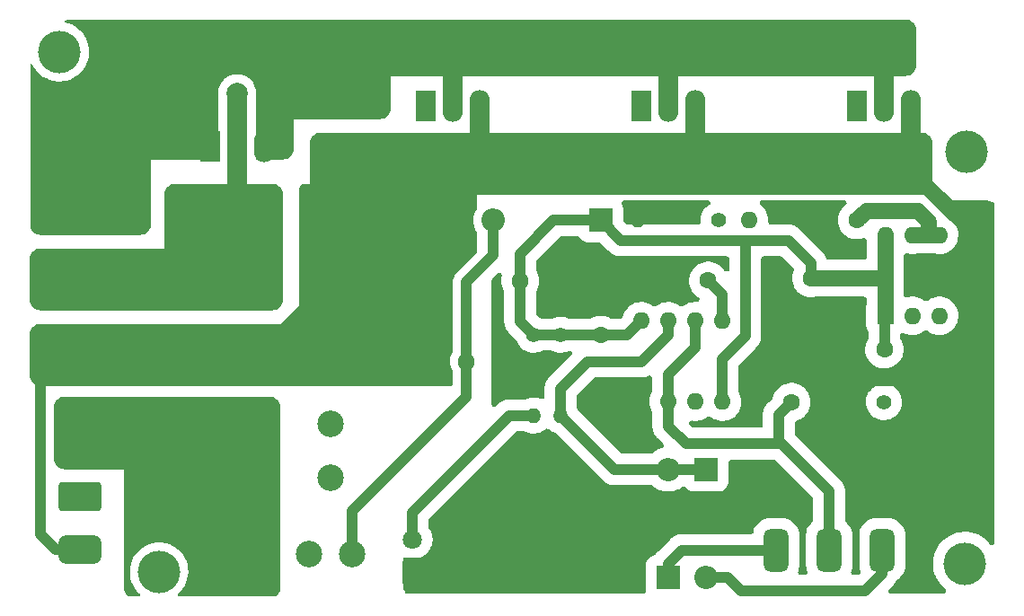
<source format=gbl>
%TF.GenerationSoftware,KiCad,Pcbnew,(6.0.8)*%
%TF.CreationDate,2022-11-10T19:09:55+02:00*%
%TF.ProjectId,DCMotorDriver,44434d6f-746f-4724-9472-697665722e6b,1.0*%
%TF.SameCoordinates,Original*%
%TF.FileFunction,Copper,L2,Bot*%
%TF.FilePolarity,Positive*%
%FSLAX46Y46*%
G04 Gerber Fmt 4.6, Leading zero omitted, Abs format (unit mm)*
G04 Created by KiCad (PCBNEW (6.0.8)) date 2022-11-10 19:09:55*
%MOMM*%
%LPD*%
G01*
G04 APERTURE LIST*
G04 Aperture macros list*
%AMRoundRect*
0 Rectangle with rounded corners*
0 $1 Rounding radius*
0 $2 $3 $4 $5 $6 $7 $8 $9 X,Y pos of 4 corners*
0 Add a 4 corners polygon primitive as box body*
4,1,4,$2,$3,$4,$5,$6,$7,$8,$9,$2,$3,0*
0 Add four circle primitives for the rounded corners*
1,1,$1+$1,$2,$3*
1,1,$1+$1,$4,$5*
1,1,$1+$1,$6,$7*
1,1,$1+$1,$8,$9*
0 Add four rect primitives between the rounded corners*
20,1,$1+$1,$2,$3,$4,$5,0*
20,1,$1+$1,$4,$5,$6,$7,0*
20,1,$1+$1,$6,$7,$8,$9,0*
20,1,$1+$1,$8,$9,$2,$3,0*%
G04 Aperture macros list end*
%TA.AperFunction,ComponentPad*%
%ADD10C,1.400000*%
%TD*%
%TA.AperFunction,ComponentPad*%
%ADD11O,1.400000X1.400000*%
%TD*%
%TA.AperFunction,ComponentPad*%
%ADD12R,1.905000X3.000000*%
%TD*%
%TA.AperFunction,ComponentPad*%
%ADD13O,1.905000X3.000000*%
%TD*%
%TA.AperFunction,ComponentPad*%
%ADD14RoundRect,0.250001X-1.749999X1.099999X-1.749999X-1.099999X1.749999X-1.099999X1.749999X1.099999X0*%
%TD*%
%TA.AperFunction,ComponentPad*%
%ADD15RoundRect,0.675000X-1.325000X0.675000X-1.325000X-0.675000X1.325000X-0.675000X1.325000X0.675000X0*%
%TD*%
%TA.AperFunction,ComponentPad*%
%ADD16R,1.600000X1.600000*%
%TD*%
%TA.AperFunction,ComponentPad*%
%ADD17O,1.600000X1.600000*%
%TD*%
%TA.AperFunction,ComponentPad*%
%ADD18C,1.600000*%
%TD*%
%TA.AperFunction,ComponentPad*%
%ADD19R,2.200000X2.200000*%
%TD*%
%TA.AperFunction,ComponentPad*%
%ADD20O,2.200000X2.200000*%
%TD*%
%TA.AperFunction,ComponentPad*%
%ADD21C,2.500000*%
%TD*%
%TA.AperFunction,ComponentPad*%
%ADD22RoundRect,0.585000X-0.585000X1.415000X-0.585000X-1.415000X0.585000X-1.415000X0.585000X1.415000X0*%
%TD*%
%TA.AperFunction,ComponentPad*%
%ADD23RoundRect,0.370372X-1.629628X1.629628X-1.629628X-1.629628X1.629628X-1.629628X1.629628X1.629628X0*%
%TD*%
%TA.AperFunction,ComponentPad*%
%ADD24RoundRect,1.000000X-1.000000X1.000000X-1.000000X-1.000000X1.000000X-1.000000X1.000000X1.000000X0*%
%TD*%
%TA.AperFunction,ComponentPad*%
%ADD25R,1.800000X1.800000*%
%TD*%
%TA.AperFunction,ComponentPad*%
%ADD26C,1.800000*%
%TD*%
%TA.AperFunction,ComponentPad*%
%ADD27RoundRect,0.750000X-1.250000X0.750000X-1.250000X-0.750000X1.250000X-0.750000X1.250000X0.750000X0*%
%TD*%
%TA.AperFunction,ComponentPad*%
%ADD28C,4.000000*%
%TD*%
%TA.AperFunction,ViaPad*%
%ADD29C,4.000000*%
%TD*%
%TA.AperFunction,ViaPad*%
%ADD30C,0.800000*%
%TD*%
%TA.AperFunction,ViaPad*%
%ADD31C,2.000000*%
%TD*%
%TA.AperFunction,ViaPad*%
%ADD32C,3.000000*%
%TD*%
%TA.AperFunction,Conductor*%
%ADD33C,1.900000*%
%TD*%
%TA.AperFunction,Conductor*%
%ADD34C,1.000000*%
%TD*%
%TA.AperFunction,Conductor*%
%ADD35C,1.500000*%
%TD*%
G04 APERTURE END LIST*
D10*
%TO.P,R4,1*%
%TO.N,PWM*%
X191770000Y-78740000D03*
D11*
%TO.P,R4,2*%
%TO.N,GND*%
X199390000Y-78740000D03*
%TD*%
D12*
%TO.P,Diode1\u002C2,1,A_1*%
%TO.N,anode*%
X128270000Y-54610000D03*
D13*
%TO.P,Diode1\u002C2,2,COMMON_K*%
%TO.N,kathode*%
X130810000Y-54610000D03*
%TO.P,Diode1\u002C2,3,A_2*%
%TO.N,anode*%
X133350000Y-54610000D03*
%TD*%
D14*
%TO.P,J2,1,Pin_1*%
%TO.N,Supply1+*%
X115993000Y-87638500D03*
D15*
%TO.P,J2,2,Pin_2*%
%TO.N,GND*%
X115993000Y-92638500D03*
%TD*%
D12*
%TO.P,Q2,1,G*%
%TO.N,Gate*%
X189230000Y-50800000D03*
D13*
%TO.P,Q2,2,D*%
%TO.N,anode*%
X191770000Y-50800000D03*
%TO.P,Q2,3,S*%
%TO.N,GND*%
X194310000Y-50800000D03*
%TD*%
D16*
%TO.P,IC1,1,VCC_1*%
%TO.N,Vcc*%
X191897000Y-70612000D03*
D17*
%TO.P,IC1,2,IN*%
%TO.N,PWM*%
X194437000Y-70612000D03*
%TO.P,IC1,3,NC*%
%TO.N,unconnected-(IC1-Pad3)*%
X196977000Y-70612000D03*
%TO.P,IC1,4,GND_1*%
%TO.N,GND*%
X199517000Y-70612000D03*
%TO.P,IC1,5,GND_2*%
X199517000Y-62992000D03*
%TO.P,IC1,6,OUT_1*%
%TO.N,Net-(IC1-Pad6)*%
X196977000Y-62992000D03*
%TO.P,IC1,7,OUT_2*%
X194437000Y-62992000D03*
%TO.P,IC1,8,VCC_2*%
%TO.N,Vcc*%
X191897000Y-62992000D03*
%TD*%
D18*
%TO.P,C3,1*%
%TO.N,Vcc*%
X191810000Y-73787000D03*
%TO.P,C3,2*%
%TO.N,GND*%
X196810000Y-73787000D03*
%TD*%
D19*
%TO.P,D2,1,K*%
%TO.N,Net-(RV1-Pad1)*%
X171450000Y-95250000D03*
D20*
%TO.P,D2,2,A*%
%TO.N,Net-(R2-Pad2)*%
X171450000Y-85090000D03*
%TD*%
D18*
%TO.P,C5,1*%
%TO.N,Vcc*%
X157480000Y-67310000D03*
%TO.P,C5,2*%
%TO.N,GND*%
X159980000Y-67310000D03*
%TD*%
D10*
%TO.P,R3,1*%
%TO.N,Gate*%
X176174400Y-61620400D03*
D11*
%TO.P,R3,2*%
%TO.N,GND*%
X168554400Y-61620400D03*
%TD*%
D10*
%TO.P,R5,1*%
%TO.N,Vcc*%
X158750000Y-72390000D03*
D11*
%TO.P,R5,2*%
%TO.N,Net-(D5-Pad2)*%
X158750000Y-80010000D03*
%TD*%
D18*
%TO.P,R1,1*%
%TO.N,Net-(IC1-Pad6)*%
X189230000Y-61595000D03*
D17*
%TO.P,R1,2*%
%TO.N,Gate*%
X179070000Y-61595000D03*
%TD*%
D21*
%TO.P,JP1,1,Pin_1*%
%TO.N,Supply1+*%
X139636500Y-85843500D03*
%TO.P,JP1,2,Pin_2*%
%TO.N,Supply2+*%
X139636500Y-80843500D03*
%TD*%
D22*
%TO.P,RV1,1,1*%
%TO.N,Net-(RV1-Pad1)*%
X181610000Y-92710000D03*
%TO.P,RV1,2,2*%
%TO.N,Net-(C6-Pad1)*%
X186610000Y-92710000D03*
%TO.P,RV1,3,3*%
%TO.N,Net-(RV1-Pad3)*%
X191610000Y-92710000D03*
%TD*%
D18*
%TO.P,C4,1*%
%TO.N,Vcc*%
X184912000Y-67056000D03*
%TO.P,C4,2*%
%TO.N,GND*%
X184912000Y-70556000D03*
%TD*%
D23*
%TO.P,J1,1,Pin_2*%
%TO.N,anode*%
X119062500Y-60706000D03*
D24*
%TO.P,J1,2,Pin_1*%
%TO.N,kathode*%
X119062500Y-67056000D03*
%TD*%
D19*
%TO.P,D3,1,K*%
%TO.N,Vcc*%
X165074600Y-61620400D03*
D20*
%TO.P,D3,2,A*%
%TO.N,Net-(C8-Pad1)*%
X154914600Y-61620400D03*
%TD*%
D21*
%TO.P,SW1,1*%
%TO.N,Supply1+*%
X137541000Y-93091000D03*
%TO.P,SW1,2*%
%TO.N,Net-(C8-Pad1)*%
X141605000Y-93091000D03*
%TD*%
D25*
%TO.P,D5,1,K*%
%TO.N,GND*%
X147320000Y-94239000D03*
D26*
%TO.P,D5,2,A*%
%TO.N,Net-(D5-Pad2)*%
X147320000Y-91699000D03*
%TD*%
D18*
%TO.P,C6,1*%
%TO.N,Net-(C6-Pad1)*%
X183047000Y-78740000D03*
%TO.P,C6,2*%
%TO.N,GND*%
X188047000Y-78740000D03*
%TD*%
D24*
%TO.P,F1,1*%
%TO.N,kathode*%
X130810000Y-60365000D03*
D27*
X130810000Y-67985000D03*
D28*
%TO.P,F1,2*%
%TO.N,Supply2+*%
X130810000Y-94575000D03*
X130810000Y-86955000D03*
%TD*%
D18*
%TO.P,C8,1*%
%TO.N,Net-(C8-Pad1)*%
X152400000Y-74930000D03*
%TO.P,C8,2*%
%TO.N,GND*%
X147400000Y-74930000D03*
%TD*%
D20*
%TO.P,D4,2,A*%
%TO.N,Net-(RV1-Pad3)*%
X175006000Y-95250000D03*
D19*
%TO.P,D4,1,K*%
%TO.N,Net-(R2-Pad2)*%
X175006000Y-85090000D03*
%TD*%
D18*
%TO.P,C2,1*%
%TO.N,Net-(C2-Pad1)*%
X175210000Y-67300000D03*
%TO.P,C2,2*%
%TO.N,GND*%
X170210000Y-67300000D03*
%TD*%
%TO.P,C1,1*%
%TO.N,Vcc*%
X165090000Y-72420000D03*
%TO.P,C1,2*%
%TO.N,GND*%
X165090000Y-77420000D03*
%TD*%
D12*
%TO.P,Q3,1,G*%
%TO.N,Gate*%
X168910000Y-50800000D03*
D13*
%TO.P,Q3,2,D*%
%TO.N,anode*%
X171450000Y-50800000D03*
%TO.P,Q3,3,S*%
%TO.N,GND*%
X173990000Y-50800000D03*
%TD*%
D16*
%TO.P,U1,1,GND*%
%TO.N,GND*%
X168910000Y-78720000D03*
D17*
%TO.P,U1,2,TR*%
%TO.N,Net-(C6-Pad1)*%
X171450000Y-78720000D03*
%TO.P,U1,3,Q*%
%TO.N,PWM*%
X173990000Y-78720000D03*
%TO.P,U1,4,R*%
%TO.N,Vcc*%
X176530000Y-78720000D03*
%TO.P,U1,5,CV*%
%TO.N,Net-(C2-Pad1)*%
X176530000Y-71100000D03*
%TO.P,U1,6,THR*%
%TO.N,Net-(C6-Pad1)*%
X173990000Y-71100000D03*
%TO.P,U1,7,DIS*%
%TO.N,Net-(R2-Pad2)*%
X171450000Y-71100000D03*
%TO.P,U1,8,VCC*%
%TO.N,Vcc*%
X168910000Y-71100000D03*
%TD*%
D12*
%TO.P,Q1,1,G*%
%TO.N,Gate*%
X148590000Y-50800000D03*
D13*
%TO.P,Q1,2,D*%
%TO.N,anode*%
X151130000Y-50800000D03*
%TO.P,Q1,3,S*%
%TO.N,GND*%
X153670000Y-50800000D03*
%TD*%
D23*
%TO.P,J3,1,Pin_1*%
%TO.N,GND*%
X118935500Y-74422000D03*
D24*
%TO.P,J3,2,Pin_2*%
%TO.N,Supply2+*%
X118935500Y-80772000D03*
%TD*%
D10*
%TO.P,R2,1*%
%TO.N,Vcc*%
X161290000Y-72390000D03*
D11*
%TO.P,R2,2*%
%TO.N,Net-(R2-Pad2)*%
X161290000Y-80010000D03*
%TD*%
D29*
%TO.N,*%
X199517000Y-55118000D03*
X199390000Y-93980000D03*
X123444000Y-94742000D03*
X114046000Y-45720000D03*
D30*
%TO.N,GND*%
X114046000Y-74168000D03*
X186944000Y-63754000D03*
X166370000Y-81026000D03*
X147320000Y-96266000D03*
X139446000Y-55626000D03*
X201676000Y-68326000D03*
X166116000Y-65278000D03*
X142494000Y-71374000D03*
X143256000Y-55626000D03*
X138430000Y-75438000D03*
X114046000Y-75946000D03*
X148336000Y-96266000D03*
X140335000Y-62484000D03*
X181660800Y-88392000D03*
X140462000Y-73406000D03*
X138176000Y-62484000D03*
X114046000Y-72390000D03*
X168148000Y-95250000D03*
X143256000Y-57150000D03*
X147066000Y-57150000D03*
X144526000Y-69342000D03*
X155448000Y-69596000D03*
X142494000Y-62484000D03*
X162560000Y-69596000D03*
X179628800Y-85191600D03*
X182372000Y-74676000D03*
X115570000Y-72390000D03*
X112268000Y-74168000D03*
X115570000Y-74168000D03*
X139446000Y-74422000D03*
X115570000Y-75946000D03*
X143510000Y-70358000D03*
X141478000Y-72390000D03*
X188849000Y-64389000D03*
X201676000Y-64770000D03*
X147066000Y-55626000D03*
X191516000Y-88138000D03*
X145542000Y-68326000D03*
X112268000Y-72390000D03*
X112268000Y-75946000D03*
X188976000Y-72390000D03*
X179324000Y-79502000D03*
X156972000Y-73914000D03*
X156972000Y-77978000D03*
X139446000Y-57150000D03*
%TO.N,Supply2+*%
X114300000Y-83312000D03*
X125476000Y-86360000D03*
X123698000Y-84709000D03*
X125476000Y-88011000D03*
X125476000Y-84709000D03*
X123698000Y-86360000D03*
X114300000Y-79756000D03*
X123698000Y-88011000D03*
X115570000Y-81534000D03*
X114300000Y-81534000D03*
X115570000Y-83312000D03*
X115570000Y-79756000D03*
%TO.N,kathode*%
X112268000Y-68580000D03*
X127762000Y-64262000D03*
X133858000Y-64262000D03*
X127762000Y-61976000D03*
X112268000Y-66040000D03*
X115570000Y-68580000D03*
X133858000Y-61976000D03*
X113919000Y-68580000D03*
X133858000Y-66548000D03*
X113919000Y-66040000D03*
X115570000Y-66040000D03*
D31*
X130810000Y-49631600D03*
D30*
%TO.N,anode*%
X136567333Y-50038000D03*
X140885332Y-48006000D03*
X115570000Y-53340000D03*
X112268000Y-58674000D03*
X113919000Y-50292000D03*
X113919000Y-53340000D03*
D32*
X171450000Y-44704000D03*
D30*
X142324665Y-50038000D03*
X139445999Y-48006000D03*
X135128000Y-50038000D03*
X138006666Y-50038000D03*
X115570000Y-61722000D03*
X115570000Y-50292000D03*
X142324665Y-48006000D03*
X112268000Y-61722000D03*
X112268000Y-53340000D03*
D32*
X151130000Y-44704000D03*
D30*
X140885332Y-50038000D03*
X138006666Y-48006000D03*
X115570000Y-58674000D03*
X143764000Y-50038000D03*
X113919000Y-58674000D03*
X139445999Y-50038000D03*
X143764000Y-48006000D03*
X113919000Y-61722000D03*
D32*
X191770000Y-44704000D03*
D30*
X135128000Y-48006000D03*
X112268000Y-50292000D03*
X136567333Y-48006000D03*
%TD*%
D33*
%TO.N,anode*%
X151130000Y-50800000D02*
X151130000Y-44704000D01*
X191770000Y-50800000D02*
X191770000Y-44704000D01*
X171450000Y-50800000D02*
X171450000Y-44704000D01*
D34*
%TO.N,Vcc*%
X157480000Y-64770000D02*
X160629600Y-61620400D01*
X157480000Y-67310000D02*
X157480000Y-71120000D01*
X167590000Y-72420000D02*
X168910000Y-71100000D01*
X157480000Y-71120000D02*
X158750000Y-72390000D01*
X165090000Y-72420000D02*
X167590000Y-72420000D01*
D35*
X184912000Y-67056000D02*
X191770000Y-67056000D01*
X191897000Y-62992000D02*
X191897000Y-67183000D01*
X191897000Y-68199000D02*
X191897000Y-70612000D01*
D34*
X178689000Y-63500000D02*
X182753000Y-63500000D01*
X160629600Y-61620400D02*
X165074600Y-61620400D01*
X176530000Y-74676000D02*
X176530000Y-78720000D01*
X191810000Y-70699000D02*
X191897000Y-70612000D01*
X184912000Y-65659000D02*
X184912000Y-67056000D01*
X158750000Y-72390000D02*
X165060000Y-72390000D01*
X191810000Y-73787000D02*
X191810000Y-70699000D01*
X166954200Y-63500000D02*
X165074600Y-61620400D01*
X182753000Y-63500000D02*
X184912000Y-65659000D01*
X178689000Y-63500000D02*
X178689000Y-72517000D01*
X157480000Y-67310000D02*
X157480000Y-64770000D01*
X191770000Y-67056000D02*
X191897000Y-67183000D01*
X178689000Y-63500000D02*
X166954200Y-63500000D01*
X178689000Y-72517000D02*
X176530000Y-74676000D01*
D35*
X191897000Y-67183000D02*
X191897000Y-68199000D01*
%TO.N,GND*%
X199517000Y-74676000D02*
X199517000Y-70612000D01*
D33*
X194310000Y-50800000D02*
X194310000Y-54356000D01*
D34*
X167610000Y-77420000D02*
X168910000Y-78720000D01*
D35*
X189611000Y-76454000D02*
X197739000Y-76454000D01*
D33*
X153670000Y-50800000D02*
X153670000Y-54864000D01*
D35*
X199517000Y-66060000D02*
X199517000Y-67945000D01*
X184912000Y-71755000D02*
X189611000Y-76454000D01*
D34*
X165090000Y-77420000D02*
X167610000Y-77420000D01*
D35*
X197739000Y-76454000D02*
X199517000Y-74676000D01*
X199517000Y-66060000D02*
X199517000Y-70612000D01*
X199517000Y-62992000D02*
X199517000Y-62103000D01*
X199517000Y-62992000D02*
X199517000Y-66060000D01*
D33*
X173990000Y-50800000D02*
X173990000Y-54610000D01*
D34*
X115993000Y-92638500D02*
X113720500Y-92638500D01*
D35*
X199517000Y-62103000D02*
X195834000Y-58420000D01*
D34*
X112268000Y-91186000D02*
X112268000Y-72390000D01*
D35*
X199517000Y-67945000D02*
X199507000Y-67955000D01*
D34*
X113720500Y-92638500D02*
X112268000Y-91186000D01*
D35*
X195834000Y-58420000D02*
X188976000Y-58420000D01*
X184912000Y-70556000D02*
X184912000Y-71755000D01*
D34*
%TO.N,Net-(C2-Pad1)*%
X176530000Y-71100000D02*
X176530000Y-68620000D01*
X176530000Y-68620000D02*
X175210000Y-67300000D01*
%TO.N,Net-(C6-Pad1)*%
X171450000Y-81026000D02*
X173101000Y-82677000D01*
X183047000Y-83606000D02*
X181864000Y-82423000D01*
X171450000Y-78720000D02*
X171450000Y-76180000D01*
X181864000Y-82423000D02*
X181864000Y-79923000D01*
X171450000Y-76180000D02*
X173990000Y-73640000D01*
X186610000Y-87169000D02*
X183047000Y-83606000D01*
X186610000Y-87169000D02*
X186610000Y-92710000D01*
X171450000Y-78720000D02*
X171450000Y-81026000D01*
X173990000Y-73640000D02*
X173990000Y-71100000D01*
X181864000Y-79923000D02*
X183047000Y-78740000D01*
X173101000Y-82677000D02*
X182118000Y-82677000D01*
X182118000Y-82677000D02*
X183047000Y-83606000D01*
%TO.N,Net-(R2-Pad2)*%
X163830000Y-74930000D02*
X161290000Y-77470000D01*
X171450000Y-72390000D02*
X168910000Y-74930000D01*
X171450000Y-71100000D02*
X171450000Y-72390000D01*
X168910000Y-74930000D02*
X163830000Y-74930000D01*
X161290000Y-80010000D02*
X166370000Y-85090000D01*
X166370000Y-85090000D02*
X175260000Y-85090000D01*
X161290000Y-77470000D02*
X161290000Y-80010000D01*
%TO.N,Net-(RV1-Pad1)*%
X171450000Y-93980000D02*
X172720000Y-92710000D01*
X172720000Y-92710000D02*
X181610000Y-92710000D01*
X171450000Y-95250000D02*
X171450000Y-93980000D01*
%TO.N,Net-(RV1-Pad3)*%
X177038000Y-95250000D02*
X178308000Y-96520000D01*
X175260000Y-95250000D02*
X177038000Y-95250000D01*
X178308000Y-96520000D02*
X189992000Y-96520000D01*
X189992000Y-96520000D02*
X191610000Y-94902000D01*
%TO.N,Supply2+*%
X119007000Y-80843500D02*
X118935500Y-80772000D01*
D35*
%TO.N,Net-(IC1-Pad6)*%
X194945000Y-60706000D02*
X190119000Y-60706000D01*
X195961000Y-61722000D02*
X194945000Y-60706000D01*
X196977000Y-62992000D02*
X195961000Y-62992000D01*
X195961000Y-62992000D02*
X194437000Y-62992000D01*
X195961000Y-62992000D02*
X195961000Y-61722000D01*
X190119000Y-60706000D02*
X189230000Y-61595000D01*
D33*
%TO.N,kathode*%
X130810000Y-54610000D02*
X130810000Y-49631600D01*
X130810000Y-54610000D02*
X130810000Y-60365000D01*
D34*
%TO.N,Net-(C8-Pad1)*%
X154940000Y-64871600D02*
X154914600Y-64846200D01*
X154914600Y-64846200D02*
X154914600Y-61620400D01*
X141605000Y-93091000D02*
X141605000Y-89027000D01*
X152400000Y-74930000D02*
X152400000Y-67411600D01*
X141605000Y-89027000D02*
X152400000Y-78232000D01*
X152400000Y-78232000D02*
X152400000Y-74930000D01*
X152400000Y-67411600D02*
X154940000Y-64871600D01*
%TO.N,Net-(D5-Pad2)*%
X158750000Y-80010000D02*
X156464000Y-80010000D01*
X147320000Y-89154000D02*
X147320000Y-91699000D01*
X156464000Y-80010000D02*
X147320000Y-89154000D01*
%TD*%
%TA.AperFunction,Conductor*%
%TO.N,GND*%
G36*
X160130946Y-81270467D02*
G01*
X160177493Y-81301716D01*
X160182517Y-81306696D01*
X160189969Y-81312160D01*
X160358100Y-81435438D01*
X160386346Y-81456149D01*
X160394510Y-81460445D01*
X160394516Y-81460448D01*
X160601843Y-81569528D01*
X160601846Y-81569529D01*
X160610026Y-81573833D01*
X160618755Y-81576881D01*
X160618759Y-81576883D01*
X160743418Y-81620415D01*
X160827130Y-81669724D01*
X160837396Y-81679423D01*
X165220995Y-86063022D01*
X165230709Y-86074222D01*
X165231161Y-86073821D01*
X165237950Y-86081467D01*
X165244083Y-86089636D01*
X165251470Y-86096695D01*
X165321457Y-86163576D01*
X165325498Y-86167525D01*
X165353219Y-86195246D01*
X165357104Y-86198541D01*
X165357114Y-86198550D01*
X165359838Y-86200860D01*
X165370797Y-86210726D01*
X165422468Y-86260104D01*
X165447150Y-86276941D01*
X165448648Y-86277963D01*
X165469369Y-86293748D01*
X165493531Y-86314239D01*
X165554849Y-86350938D01*
X165567258Y-86358874D01*
X165626300Y-86399149D01*
X165655041Y-86412490D01*
X165678067Y-86424683D01*
X165695145Y-86434903D01*
X165705250Y-86440951D01*
X165771738Y-86467141D01*
X165785299Y-86472954D01*
X165850104Y-86503035D01*
X165859948Y-86505765D01*
X165859956Y-86505768D01*
X165880633Y-86511502D01*
X165905337Y-86519767D01*
X165934822Y-86531381D01*
X165944811Y-86533522D01*
X165944819Y-86533525D01*
X166004690Y-86546361D01*
X166019033Y-86549884D01*
X166032756Y-86553690D01*
X166087871Y-86568974D01*
X166098026Y-86570059D01*
X166098030Y-86570060D01*
X166119367Y-86572340D01*
X166145104Y-86576462D01*
X166176080Y-86583103D01*
X166213853Y-86584884D01*
X166247441Y-86586468D01*
X166262175Y-86587602D01*
X166282705Y-86589796D01*
X166289292Y-86590500D01*
X166327058Y-86590500D01*
X166338787Y-86590776D01*
X166412344Y-86594245D01*
X166412346Y-86594245D01*
X166422547Y-86594726D01*
X166432692Y-86593534D01*
X166432698Y-86593534D01*
X166444042Y-86592201D01*
X166473093Y-86590500D01*
X169879530Y-86590500D01*
X169974818Y-86609454D01*
X170039252Y-86648476D01*
X170212472Y-86793311D01*
X170455088Y-86945503D01*
X170462818Y-86948993D01*
X170462825Y-86948997D01*
X170708386Y-87059872D01*
X170708390Y-87059874D01*
X170716114Y-87063361D01*
X170990719Y-87144703D01*
X170999094Y-87145985D01*
X170999096Y-87145985D01*
X171015140Y-87148440D01*
X171273824Y-87188024D01*
X171395092Y-87189929D01*
X171551702Y-87192390D01*
X171551707Y-87192390D01*
X171560189Y-87192523D01*
X171607968Y-87186741D01*
X171836089Y-87159135D01*
X171836095Y-87159134D01*
X171844514Y-87158115D01*
X172121539Y-87085439D01*
X172283692Y-87018273D01*
X172378295Y-86979088D01*
X172378299Y-86979086D01*
X172386138Y-86975839D01*
X172438052Y-86945503D01*
X172626093Y-86835621D01*
X172626097Y-86835618D01*
X172633415Y-86831342D01*
X172640081Y-86826115D01*
X172640093Y-86826107D01*
X172748957Y-86740746D01*
X172835637Y-86696865D01*
X172932512Y-86689495D01*
X173024833Y-86719759D01*
X173095560Y-86779317D01*
X173186913Y-86891327D01*
X173194891Y-86901109D01*
X173204673Y-86909087D01*
X173342630Y-87021602D01*
X173342633Y-87021604D01*
X173352404Y-87029573D01*
X173532530Y-87123741D01*
X173727913Y-87179766D01*
X173739719Y-87180820D01*
X173739721Y-87180820D01*
X173842668Y-87190008D01*
X173842675Y-87190008D01*
X173848184Y-87190500D01*
X176163816Y-87190500D01*
X176169325Y-87190008D01*
X176169332Y-87190008D01*
X176272279Y-87180820D01*
X176272281Y-87180820D01*
X176284087Y-87179766D01*
X176479470Y-87123741D01*
X176659596Y-87029573D01*
X176669367Y-87021604D01*
X176669370Y-87021602D01*
X176807327Y-86909087D01*
X176817109Y-86901109D01*
X176825087Y-86891327D01*
X176937602Y-86753370D01*
X176937604Y-86753367D01*
X176945573Y-86743596D01*
X176960781Y-86714507D01*
X177027718Y-86586468D01*
X177039741Y-86563470D01*
X177095766Y-86368087D01*
X177099023Y-86331598D01*
X177106008Y-86253332D01*
X177106008Y-86253325D01*
X177106500Y-86247816D01*
X177106500Y-84426500D01*
X177125454Y-84331212D01*
X177179430Y-84250430D01*
X177260212Y-84196454D01*
X177355500Y-84177500D01*
X181393332Y-84177500D01*
X181488620Y-84196454D01*
X181569402Y-84250430D01*
X181928917Y-84609945D01*
X183517523Y-86198550D01*
X185036570Y-87717597D01*
X185090546Y-87798379D01*
X185109500Y-87893667D01*
X185109500Y-89877049D01*
X185090546Y-89972337D01*
X185036570Y-90053119D01*
X185022212Y-90066390D01*
X184907864Y-90164052D01*
X184907857Y-90164059D01*
X184900415Y-90170415D01*
X184738337Y-90360185D01*
X184607941Y-90572972D01*
X184512437Y-90803538D01*
X184510155Y-90813045D01*
X184510154Y-90813048D01*
X184456464Y-91036685D01*
X184454178Y-91046206D01*
X184439500Y-91232703D01*
X184439501Y-94187296D01*
X184454178Y-94373794D01*
X184512437Y-94616462D01*
X184516178Y-94625494D01*
X184516182Y-94625505D01*
X184536771Y-94675211D01*
X184555726Y-94770499D01*
X184536773Y-94865787D01*
X184482797Y-94946569D01*
X184402015Y-95000545D01*
X184306726Y-95019500D01*
X183913274Y-95019500D01*
X183817986Y-95000546D01*
X183737204Y-94946570D01*
X183683228Y-94865788D01*
X183664274Y-94770500D01*
X183683229Y-94675211D01*
X183703818Y-94625505D01*
X183703822Y-94625494D01*
X183707563Y-94616462D01*
X183759612Y-94399662D01*
X183763539Y-94383305D01*
X183763540Y-94383300D01*
X183765822Y-94373794D01*
X183780500Y-94187297D01*
X183780499Y-91232704D01*
X183765822Y-91046206D01*
X183707563Y-90803538D01*
X183612059Y-90572972D01*
X183481663Y-90360185D01*
X183319585Y-90170415D01*
X183129815Y-90008337D01*
X182917028Y-89877941D01*
X182686462Y-89782437D01*
X182618375Y-89766091D01*
X182453305Y-89726461D01*
X182453300Y-89726460D01*
X182443794Y-89724178D01*
X182257297Y-89709500D01*
X181610067Y-89709500D01*
X180962704Y-89709501D01*
X180776206Y-89724178D01*
X180533538Y-89782437D01*
X180302972Y-89877941D01*
X180090185Y-90008337D01*
X179900415Y-90170415D01*
X179738337Y-90360185D01*
X179607941Y-90572972D01*
X179512437Y-90803538D01*
X179469251Y-90983424D01*
X179460799Y-91018628D01*
X179420124Y-91106858D01*
X179348781Y-91172807D01*
X179257632Y-91206434D01*
X179218679Y-91209500D01*
X172844443Y-91209500D01*
X172829649Y-91208448D01*
X172829613Y-91209053D01*
X172819412Y-91208447D01*
X172809294Y-91207007D01*
X172705198Y-91209369D01*
X172702260Y-91209436D01*
X172696611Y-91209500D01*
X172657446Y-91209500D01*
X172648797Y-91210211D01*
X172634068Y-91210983D01*
X172592317Y-91211931D01*
X172572830Y-91212373D01*
X172572827Y-91212373D01*
X172562618Y-91212605D01*
X172552580Y-91214502D01*
X172552577Y-91214502D01*
X172531485Y-91218487D01*
X172505662Y-91221978D01*
X172484285Y-91223736D01*
X172484277Y-91223737D01*
X172474089Y-91224575D01*
X172404790Y-91241981D01*
X172390375Y-91245151D01*
X172320167Y-91258417D01*
X172310571Y-91261929D01*
X172310570Y-91261929D01*
X172290426Y-91269301D01*
X172265517Y-91276964D01*
X172247825Y-91281408D01*
X172234783Y-91284684D01*
X172225409Y-91288760D01*
X172169266Y-91313172D01*
X172155547Y-91318660D01*
X172098048Y-91339701D01*
X172098043Y-91339703D01*
X172088455Y-91343212D01*
X172060888Y-91358809D01*
X172037567Y-91370436D01*
X172017884Y-91378994D01*
X172017877Y-91378998D01*
X172008507Y-91383072D01*
X171948524Y-91421877D01*
X171935885Y-91429531D01*
X171882597Y-91459680D01*
X171873703Y-91464712D01*
X171865754Y-91471126D01*
X171865748Y-91471130D01*
X171849040Y-91484611D01*
X171827936Y-91499888D01*
X171801339Y-91517095D01*
X171793783Y-91523971D01*
X171793781Y-91523972D01*
X171748509Y-91565167D01*
X171737303Y-91574772D01*
X171716055Y-91591917D01*
X171689327Y-91618645D01*
X171680837Y-91626743D01*
X171626397Y-91676279D01*
X171626394Y-91676282D01*
X171618842Y-91683154D01*
X171612511Y-91691171D01*
X171605432Y-91700134D01*
X171586093Y-91721879D01*
X170476978Y-92830995D01*
X170465778Y-92840709D01*
X170466179Y-92841161D01*
X170458533Y-92847950D01*
X170450364Y-92854083D01*
X170443305Y-92861470D01*
X170376424Y-92931457D01*
X170372475Y-92935498D01*
X170344754Y-92963219D01*
X170341459Y-92967104D01*
X170341450Y-92967114D01*
X170339140Y-92969838D01*
X170329274Y-92980797D01*
X170279896Y-93032468D01*
X170262037Y-93058648D01*
X170246247Y-93079374D01*
X170238980Y-93087944D01*
X170228301Y-93100536D01*
X170152214Y-93160949D01*
X170107032Y-93178838D01*
X170055557Y-93193598D01*
X169976530Y-93216259D01*
X169796404Y-93310427D01*
X169786633Y-93318396D01*
X169786630Y-93318398D01*
X169690642Y-93396684D01*
X169638891Y-93438891D01*
X169630913Y-93448673D01*
X169528325Y-93574459D01*
X169510427Y-93596404D01*
X169504584Y-93607580D01*
X169504583Y-93607582D01*
X169454488Y-93703405D01*
X169416259Y-93776530D01*
X169360234Y-93971913D01*
X169349500Y-94092184D01*
X169349500Y-96407816D01*
X169349991Y-96413322D01*
X169349992Y-96413335D01*
X169359366Y-96518366D01*
X169348958Y-96614962D01*
X169302376Y-96700221D01*
X169226712Y-96761165D01*
X169133486Y-96788514D01*
X169111352Y-96789500D01*
X146841575Y-96789500D01*
X146746287Y-96770546D01*
X146665505Y-96716570D01*
X146623035Y-96659835D01*
X146610266Y-96636452D01*
X146595515Y-96604150D01*
X146508237Y-96370151D01*
X146498231Y-96336070D01*
X146445143Y-96092032D01*
X146440086Y-96056865D01*
X146434082Y-95972906D01*
X146421634Y-95798864D01*
X146421000Y-95781102D01*
X146421000Y-93750529D01*
X146439954Y-93655241D01*
X146493930Y-93574459D01*
X146574712Y-93520483D01*
X146670000Y-93501529D01*
X146733816Y-93509846D01*
X146962972Y-93570606D01*
X147230245Y-93602240D01*
X147499310Y-93595899D01*
X147507990Y-93594454D01*
X147507993Y-93594454D01*
X147756108Y-93553156D01*
X147756107Y-93553156D01*
X147764796Y-93551710D01*
X147773192Y-93549055D01*
X147773195Y-93549054D01*
X148013019Y-93473207D01*
X148021408Y-93470554D01*
X148264025Y-93354051D01*
X148487806Y-93204526D01*
X148539353Y-93158357D01*
X148681731Y-93030833D01*
X148681737Y-93030827D01*
X148688286Y-93024961D01*
X148729889Y-92975469D01*
X148855797Y-92825683D01*
X148855798Y-92825682D01*
X148861465Y-92818940D01*
X148866120Y-92811476D01*
X148866125Y-92811469D01*
X148999235Y-92598032D01*
X148999237Y-92598027D01*
X149003887Y-92590572D01*
X149112712Y-92344416D01*
X149136793Y-92259033D01*
X149183376Y-92093860D01*
X149183376Y-92093859D01*
X149185767Y-92085382D01*
X149221595Y-91818638D01*
X149221992Y-91806024D01*
X149225155Y-91705357D01*
X149225355Y-91699000D01*
X149223747Y-91676279D01*
X149212083Y-91511546D01*
X149206347Y-91430533D01*
X149204493Y-91421920D01*
X149151553Y-91176028D01*
X149151552Y-91176023D01*
X149149700Y-91167423D01*
X149128595Y-91110213D01*
X149091884Y-91010706D01*
X149056547Y-90914919D01*
X148928744Y-90678060D01*
X148869210Y-90597457D01*
X148827844Y-90509548D01*
X148820500Y-90449521D01*
X148820500Y-89878668D01*
X148839454Y-89783380D01*
X148893430Y-89702598D01*
X157012597Y-81583430D01*
X157093379Y-81529454D01*
X157188667Y-81510500D01*
X157888144Y-81510500D01*
X157983432Y-81529454D01*
X158004080Y-81539137D01*
X158070026Y-81573833D01*
X158308644Y-81657162D01*
X158556958Y-81704306D01*
X158566180Y-81704668D01*
X158566186Y-81704669D01*
X158683236Y-81709268D01*
X158809513Y-81714229D01*
X158818688Y-81713224D01*
X158818693Y-81713224D01*
X159051577Y-81687719D01*
X159051581Y-81687718D01*
X159060760Y-81686713D01*
X159305181Y-81622363D01*
X159537405Y-81522591D01*
X159545257Y-81517732D01*
X159545261Y-81517730D01*
X159744472Y-81394454D01*
X159752331Y-81389591D01*
X159759379Y-81383625D01*
X159759392Y-81383615D01*
X159856051Y-81301787D01*
X159941025Y-81254685D01*
X160037555Y-81243687D01*
X160130946Y-81270467D01*
G37*
%TD.AperFunction*%
%TA.AperFunction,Conductor*%
G36*
X201208864Y-59700634D02*
G01*
X201466871Y-59719087D01*
X201502032Y-59724143D01*
X201746070Y-59777231D01*
X201780151Y-59787237D01*
X202014150Y-59874515D01*
X202046452Y-59889266D01*
X202069834Y-59902034D01*
X202144381Y-59964334D01*
X202189413Y-60050422D01*
X202199500Y-60120575D01*
X202199500Y-91976630D01*
X202180546Y-92071918D01*
X202126570Y-92152700D01*
X202045788Y-92206676D01*
X201950500Y-92225630D01*
X201855212Y-92206676D01*
X201774430Y-92152700D01*
X201749824Y-92124041D01*
X201710096Y-92069957D01*
X201710091Y-92069951D01*
X201705843Y-92064168D01*
X201470295Y-91810688D01*
X201464842Y-91806031D01*
X201464835Y-91806024D01*
X201212633Y-91590624D01*
X201212629Y-91590621D01*
X201207174Y-91585962D01*
X201201221Y-91581961D01*
X201201216Y-91581958D01*
X200925919Y-91396966D01*
X200925912Y-91396962D01*
X200919967Y-91392967D01*
X200913602Y-91389682D01*
X200913594Y-91389677D01*
X200618862Y-91237554D01*
X200612482Y-91234261D01*
X200413753Y-91159168D01*
X200295497Y-91114483D01*
X200295494Y-91114482D01*
X200288793Y-91111950D01*
X199953190Y-91027652D01*
X199610124Y-90982487D01*
X199602947Y-90982374D01*
X199602944Y-90982374D01*
X199443706Y-90979872D01*
X199264139Y-90977051D01*
X198919823Y-91011419D01*
X198581739Y-91085133D01*
X198254367Y-91197217D01*
X197942048Y-91346186D01*
X197935973Y-91349997D01*
X197655005Y-91526247D01*
X197654999Y-91526251D01*
X197648921Y-91530064D01*
X197643321Y-91534550D01*
X197643316Y-91534554D01*
X197409497Y-91721879D01*
X197378871Y-91746415D01*
X197135477Y-91992371D01*
X197131057Y-91998008D01*
X196926387Y-92259033D01*
X196926383Y-92259039D01*
X196921966Y-92264672D01*
X196918228Y-92270771D01*
X196918223Y-92270779D01*
X196831567Y-92412191D01*
X196741168Y-92559709D01*
X196595478Y-92873570D01*
X196486828Y-93202097D01*
X196485371Y-93209133D01*
X196424819Y-93501529D01*
X196416658Y-93540935D01*
X196385898Y-93885592D01*
X196394956Y-94231501D01*
X196443712Y-94574076D01*
X196445530Y-94581005D01*
X196445531Y-94581011D01*
X196512934Y-94837934D01*
X196531519Y-94908777D01*
X196657214Y-95231167D01*
X196660569Y-95237503D01*
X196660571Y-95237508D01*
X196670331Y-95255941D01*
X196819130Y-95536974D01*
X197015122Y-95822144D01*
X197242592Y-96082898D01*
X197247900Y-96087727D01*
X197247902Y-96087730D01*
X197493215Y-96310948D01*
X197493223Y-96310955D01*
X197498524Y-96315778D01*
X197504345Y-96319960D01*
X197504360Y-96319973D01*
X197529854Y-96338292D01*
X197596176Y-96409289D01*
X197630279Y-96500261D01*
X197626973Y-96597360D01*
X197586760Y-96685802D01*
X197515763Y-96752124D01*
X197424791Y-96786227D01*
X197384552Y-96789500D01*
X192445667Y-96789500D01*
X192350379Y-96770546D01*
X192269597Y-96716570D01*
X192215621Y-96635788D01*
X192196667Y-96540500D01*
X192215621Y-96445212D01*
X192269597Y-96364431D01*
X192711633Y-95922394D01*
X192715246Y-95918781D01*
X192728032Y-95903704D01*
X192827629Y-95786264D01*
X192827632Y-95786260D01*
X192834240Y-95778468D01*
X192960951Y-95566750D01*
X192964367Y-95558079D01*
X193023213Y-95481250D01*
X193057442Y-95456013D01*
X193129815Y-95411663D01*
X193319585Y-95249585D01*
X193481663Y-95059815D01*
X193612059Y-94847028D01*
X193683228Y-94675211D01*
X193703822Y-94625494D01*
X193703823Y-94625492D01*
X193707563Y-94616462D01*
X193759612Y-94399662D01*
X193763539Y-94383305D01*
X193763540Y-94383300D01*
X193765822Y-94373794D01*
X193780500Y-94187297D01*
X193780499Y-91232704D01*
X193765822Y-91046206D01*
X193707563Y-90803538D01*
X193612059Y-90572972D01*
X193481663Y-90360185D01*
X193319585Y-90170415D01*
X193129815Y-90008337D01*
X192917028Y-89877941D01*
X192686462Y-89782437D01*
X192618375Y-89766091D01*
X192453305Y-89726461D01*
X192453300Y-89726460D01*
X192443794Y-89724178D01*
X192257297Y-89709500D01*
X191610067Y-89709500D01*
X190962704Y-89709501D01*
X190776206Y-89724178D01*
X190533538Y-89782437D01*
X190302972Y-89877941D01*
X190090185Y-90008337D01*
X189900415Y-90170415D01*
X189738337Y-90360185D01*
X189607941Y-90572972D01*
X189512437Y-90803538D01*
X189510155Y-90813045D01*
X189510154Y-90813048D01*
X189456464Y-91036685D01*
X189454178Y-91046206D01*
X189439500Y-91232703D01*
X189439501Y-94187296D01*
X189454178Y-94373794D01*
X189512437Y-94616462D01*
X189516183Y-94625504D01*
X189516184Y-94625509D01*
X189525234Y-94647358D01*
X189544188Y-94742646D01*
X189525234Y-94837934D01*
X189471258Y-94918715D01*
X189443403Y-94946570D01*
X189362621Y-95000546D01*
X189267333Y-95019500D01*
X188913274Y-95019500D01*
X188817986Y-95000546D01*
X188737204Y-94946570D01*
X188683228Y-94865788D01*
X188664274Y-94770500D01*
X188683229Y-94675211D01*
X188703818Y-94625505D01*
X188703822Y-94625494D01*
X188707563Y-94616462D01*
X188759612Y-94399662D01*
X188763539Y-94383305D01*
X188763540Y-94383300D01*
X188765822Y-94373794D01*
X188780500Y-94187297D01*
X188780499Y-91232704D01*
X188765822Y-91046206D01*
X188707563Y-90803538D01*
X188612059Y-90572972D01*
X188481663Y-90360185D01*
X188319585Y-90170415D01*
X188312143Y-90164059D01*
X188312136Y-90164052D01*
X188197788Y-90066390D01*
X188137640Y-89990093D01*
X188111268Y-89896586D01*
X188110500Y-89877049D01*
X188110500Y-87293441D01*
X188111552Y-87278647D01*
X188110947Y-87278611D01*
X188111553Y-87268413D01*
X188112993Y-87258294D01*
X188110564Y-87151260D01*
X188110500Y-87145611D01*
X188110500Y-87106446D01*
X188109789Y-87097797D01*
X188109016Y-87083053D01*
X188107627Y-87021832D01*
X188107627Y-87021830D01*
X188107395Y-87011618D01*
X188101512Y-86980482D01*
X188098021Y-86954662D01*
X188096262Y-86933271D01*
X188095425Y-86923089D01*
X188087447Y-86891327D01*
X188078023Y-86853807D01*
X188074850Y-86839378D01*
X188066996Y-86797811D01*
X188061584Y-86769167D01*
X188055803Y-86753370D01*
X188050697Y-86739416D01*
X188043034Y-86714507D01*
X188037808Y-86693703D01*
X188037807Y-86693699D01*
X188035316Y-86683783D01*
X188006821Y-86618248D01*
X188001343Y-86604551D01*
X187980301Y-86547052D01*
X187976789Y-86537455D01*
X187971235Y-86527638D01*
X187961184Y-86509873D01*
X187949560Y-86486559D01*
X187936928Y-86457507D01*
X187898119Y-86397517D01*
X187890467Y-86384881D01*
X187880965Y-86368087D01*
X187855288Y-86322703D01*
X187835389Y-86298042D01*
X187820115Y-86276941D01*
X187808451Y-86258912D01*
X187802905Y-86250339D01*
X187796040Y-86242795D01*
X187796032Y-86242784D01*
X187754814Y-86197486D01*
X187745203Y-86186272D01*
X187732253Y-86170224D01*
X187728083Y-86165056D01*
X187701364Y-86138337D01*
X187693266Y-86129847D01*
X187643724Y-86075401D01*
X187636846Y-86067842D01*
X187628828Y-86061510D01*
X187628824Y-86061506D01*
X187619858Y-86054425D01*
X187598112Y-86035085D01*
X184165087Y-82602060D01*
X184165083Y-82602055D01*
X183437431Y-81874404D01*
X183383454Y-81793622D01*
X183364500Y-81698334D01*
X183364500Y-80710280D01*
X183383454Y-80614992D01*
X183437430Y-80534210D01*
X183518212Y-80480234D01*
X183550089Y-80469490D01*
X183634829Y-80447180D01*
X183810999Y-80371492D01*
X183872224Y-80345188D01*
X183872226Y-80345187D01*
X183880710Y-80341542D01*
X184108275Y-80200720D01*
X184312526Y-80027809D01*
X184488976Y-79826607D01*
X184501057Y-79807825D01*
X184628747Y-79609308D01*
X184628749Y-79609304D01*
X184633747Y-79601534D01*
X184637543Y-79593108D01*
X184739865Y-79365962D01*
X184739867Y-79365956D01*
X184743661Y-79357534D01*
X184750960Y-79331656D01*
X184813793Y-79108865D01*
X184816302Y-79099969D01*
X184835494Y-78949111D01*
X184849287Y-78840693D01*
X184849288Y-78840683D01*
X184850075Y-78834495D01*
X184852549Y-78740000D01*
X184851771Y-78729533D01*
X184849232Y-78695361D01*
X190065316Y-78695361D01*
X190068955Y-78771124D01*
X190076834Y-78935134D01*
X190077443Y-78947820D01*
X190126752Y-79195713D01*
X190129873Y-79204405D01*
X190129873Y-79204406D01*
X190204750Y-79412956D01*
X190212160Y-79433595D01*
X190216532Y-79441732D01*
X190216534Y-79441736D01*
X190297870Y-79593108D01*
X190331792Y-79656240D01*
X190483018Y-79858756D01*
X190662517Y-80036696D01*
X190669969Y-80042160D01*
X190767429Y-80113620D01*
X190866346Y-80186149D01*
X190874510Y-80190445D01*
X190874516Y-80190448D01*
X190979598Y-80245734D01*
X191090026Y-80303833D01*
X191328644Y-80387162D01*
X191576958Y-80434306D01*
X191586180Y-80434668D01*
X191586186Y-80434669D01*
X191703235Y-80439267D01*
X191829513Y-80444229D01*
X191838688Y-80443224D01*
X191838693Y-80443224D01*
X192071577Y-80417719D01*
X192071581Y-80417718D01*
X192080760Y-80416713D01*
X192325181Y-80352363D01*
X192341882Y-80345188D01*
X192438137Y-80303833D01*
X192557405Y-80252591D01*
X192565257Y-80247732D01*
X192565261Y-80247730D01*
X192738961Y-80140241D01*
X192772331Y-80119591D01*
X192965238Y-79956283D01*
X193050768Y-79858756D01*
X193125802Y-79773196D01*
X193125803Y-79773194D01*
X193131888Y-79766256D01*
X193268619Y-79553684D01*
X193283404Y-79520864D01*
X193368635Y-79331656D01*
X193372428Y-79323236D01*
X193405941Y-79204406D01*
X193438524Y-79088877D01*
X193438525Y-79088873D01*
X193441034Y-79079976D01*
X193472931Y-78829247D01*
X193474753Y-78759680D01*
X193475105Y-78746240D01*
X193475105Y-78746232D01*
X193475268Y-78740000D01*
X193456537Y-78487945D01*
X193400756Y-78241428D01*
X193342463Y-78091528D01*
X193312502Y-78014482D01*
X193312501Y-78014479D01*
X193309150Y-78005863D01*
X193183731Y-77786426D01*
X193178019Y-77779180D01*
X193178014Y-77779173D01*
X193032971Y-77595188D01*
X193032967Y-77595184D01*
X193027255Y-77587938D01*
X192843160Y-77414758D01*
X192835581Y-77409500D01*
X192835577Y-77409497D01*
X192643083Y-77275959D01*
X192643081Y-77275958D01*
X192635489Y-77270691D01*
X192627200Y-77266603D01*
X192627196Y-77266601D01*
X192417091Y-77162989D01*
X192417089Y-77162988D01*
X192408805Y-77158903D01*
X192325178Y-77132134D01*
X192176886Y-77084665D01*
X192176879Y-77084663D01*
X192168087Y-77081849D01*
X192046136Y-77061988D01*
X191927739Y-77042705D01*
X191927733Y-77042704D01*
X191918624Y-77041221D01*
X191909394Y-77041100D01*
X191909392Y-77041100D01*
X191735701Y-77038827D01*
X191665896Y-77037913D01*
X191656741Y-77039159D01*
X191656740Y-77039159D01*
X191424607Y-77070750D01*
X191424601Y-77070751D01*
X191415455Y-77071996D01*
X191172803Y-77142723D01*
X191164424Y-77146586D01*
X191164418Y-77146588D01*
X190978395Y-77232346D01*
X190943270Y-77248539D01*
X190860972Y-77302496D01*
X190808612Y-77336825D01*
X190731899Y-77387120D01*
X190725010Y-77393269D01*
X190725007Y-77393271D01*
X190674011Y-77438787D01*
X190543333Y-77555421D01*
X190381715Y-77749746D01*
X190359457Y-77786426D01*
X190255384Y-77957932D01*
X190255381Y-77957938D01*
X190250595Y-77965825D01*
X190247026Y-77974336D01*
X190247024Y-77974340D01*
X190230191Y-78014482D01*
X190152854Y-78198911D01*
X190090639Y-78443883D01*
X190083528Y-78514502D01*
X190066964Y-78678999D01*
X190065316Y-78695361D01*
X184849232Y-78695361D01*
X184833402Y-78482340D01*
X184833402Y-78482339D01*
X184832717Y-78473123D01*
X184773655Y-78212109D01*
X184676662Y-77962691D01*
X184543868Y-77730350D01*
X184426611Y-77581610D01*
X184383906Y-77527439D01*
X184383902Y-77527435D01*
X184378190Y-77520189D01*
X184183269Y-77336825D01*
X184175681Y-77331561D01*
X184175676Y-77331557D01*
X184051052Y-77245103D01*
X183963385Y-77184286D01*
X183755664Y-77081849D01*
X183731657Y-77070010D01*
X183731655Y-77070009D01*
X183723371Y-77065924D01*
X183468497Y-76984338D01*
X183459383Y-76982854D01*
X183459380Y-76982853D01*
X183213482Y-76942807D01*
X183213483Y-76942807D01*
X183204364Y-76941322D01*
X183195133Y-76941201D01*
X183195131Y-76941201D01*
X183017538Y-76938876D01*
X182936774Y-76937819D01*
X182671605Y-76973907D01*
X182414683Y-77048792D01*
X182406298Y-77052657D01*
X182406294Y-77052659D01*
X182216536Y-77140139D01*
X182171652Y-77160831D01*
X181947851Y-77307562D01*
X181748197Y-77485760D01*
X181577075Y-77691512D01*
X181548639Y-77738373D01*
X181443033Y-77912405D01*
X181443030Y-77912411D01*
X181438244Y-77920298D01*
X181434675Y-77928809D01*
X181434673Y-77928813D01*
X181343142Y-78147091D01*
X181334755Y-78167091D01*
X181325509Y-78203498D01*
X181296076Y-78319388D01*
X181254250Y-78407078D01*
X181230808Y-78434165D01*
X180890978Y-78773995D01*
X180879778Y-78783709D01*
X180880179Y-78784161D01*
X180872533Y-78790950D01*
X180864364Y-78797083D01*
X180799284Y-78865186D01*
X180790424Y-78874457D01*
X180786475Y-78878498D01*
X180758754Y-78906219D01*
X180755459Y-78910104D01*
X180755450Y-78910114D01*
X180753140Y-78912838D01*
X180743274Y-78923797D01*
X180693896Y-78975468D01*
X180683181Y-78991176D01*
X180676037Y-79001648D01*
X180660252Y-79022369D01*
X180639761Y-79046531D01*
X180603062Y-79107849D01*
X180595126Y-79120258D01*
X180554851Y-79179300D01*
X180541513Y-79208035D01*
X180529317Y-79231067D01*
X180519097Y-79248145D01*
X180513049Y-79258250D01*
X180486859Y-79324738D01*
X180481046Y-79338299D01*
X180450965Y-79403104D01*
X180448235Y-79412948D01*
X180448232Y-79412956D01*
X180442498Y-79433633D01*
X180434233Y-79458337D01*
X180422619Y-79487822D01*
X180420478Y-79497811D01*
X180420475Y-79497819D01*
X180407639Y-79557690D01*
X180404116Y-79572033D01*
X180385026Y-79640871D01*
X180383941Y-79651026D01*
X180383940Y-79651030D01*
X180381660Y-79672367D01*
X180377538Y-79698103D01*
X180370897Y-79729080D01*
X180370416Y-79739284D01*
X180367532Y-79800441D01*
X180366398Y-79815175D01*
X180363500Y-79842292D01*
X180363500Y-79880058D01*
X180363224Y-79891786D01*
X180359274Y-79975547D01*
X180360466Y-79985692D01*
X180360466Y-79985698D01*
X180361799Y-79997042D01*
X180363500Y-80026093D01*
X180363500Y-80927500D01*
X180344546Y-81022788D01*
X180290570Y-81103570D01*
X180209788Y-81157546D01*
X180114500Y-81176500D01*
X173825667Y-81176500D01*
X173730379Y-81157546D01*
X173649597Y-81103570D01*
X173461354Y-80915327D01*
X173407378Y-80834545D01*
X173388424Y-80739257D01*
X173407378Y-80643969D01*
X173461354Y-80563187D01*
X173542136Y-80509211D01*
X173637424Y-80490257D01*
X173683865Y-80494627D01*
X173785606Y-80513943D01*
X173794826Y-80514305D01*
X173794833Y-80514306D01*
X173924556Y-80519402D01*
X174053013Y-80524449D01*
X174062188Y-80523444D01*
X174062193Y-80523444D01*
X174309850Y-80496321D01*
X174309851Y-80496321D01*
X174319035Y-80495315D01*
X174327971Y-80492962D01*
X174327973Y-80492962D01*
X174568886Y-80429535D01*
X174568892Y-80429533D01*
X174577829Y-80427180D01*
X174768672Y-80345188D01*
X174815224Y-80325188D01*
X174815226Y-80325187D01*
X174823710Y-80321542D01*
X175051275Y-80180720D01*
X175058326Y-80174751D01*
X175058330Y-80174748D01*
X175099092Y-80140241D01*
X175184065Y-80093139D01*
X175280596Y-80082141D01*
X175373987Y-80108921D01*
X175407212Y-80129481D01*
X175490361Y-80190448D01*
X175573205Y-80251192D01*
X175581370Y-80255488D01*
X175581375Y-80255491D01*
X175801856Y-80371492D01*
X175801859Y-80371493D01*
X175810039Y-80375797D01*
X175818768Y-80378845D01*
X175818772Y-80378847D01*
X175892155Y-80404473D01*
X176062690Y-80464026D01*
X176200850Y-80490257D01*
X176316534Y-80512221D01*
X176316539Y-80512222D01*
X176325606Y-80513943D01*
X176334826Y-80514305D01*
X176334833Y-80514306D01*
X176464556Y-80519402D01*
X176593013Y-80524449D01*
X176602188Y-80523444D01*
X176602193Y-80523444D01*
X176849850Y-80496321D01*
X176849851Y-80496321D01*
X176859035Y-80495315D01*
X176867971Y-80492962D01*
X176867973Y-80492962D01*
X177108886Y-80429535D01*
X177108892Y-80429533D01*
X177117829Y-80427180D01*
X177308672Y-80345188D01*
X177355224Y-80325188D01*
X177355226Y-80325187D01*
X177363710Y-80321542D01*
X177591275Y-80180720D01*
X177795526Y-80007809D01*
X177971976Y-79806607D01*
X177995967Y-79769309D01*
X178111747Y-79589308D01*
X178111749Y-79589304D01*
X178116747Y-79581534D01*
X178144077Y-79520864D01*
X178222865Y-79345962D01*
X178222867Y-79345956D01*
X178226661Y-79337534D01*
X178230694Y-79323236D01*
X178296793Y-79088865D01*
X178299302Y-79079969D01*
X178314961Y-78956883D01*
X178332287Y-78820693D01*
X178332288Y-78820683D01*
X178333075Y-78814495D01*
X178334862Y-78746240D01*
X178335386Y-78726240D01*
X178335386Y-78726233D01*
X178335549Y-78720000D01*
X178332037Y-78672736D01*
X178316402Y-78462340D01*
X178316402Y-78462339D01*
X178315717Y-78453123D01*
X178256655Y-78192109D01*
X178170791Y-77971310D01*
X178163014Y-77951310D01*
X178163013Y-77951307D01*
X178159662Y-77942691D01*
X178074935Y-77794449D01*
X178063319Y-77774126D01*
X178032491Y-77681992D01*
X178030500Y-77650568D01*
X178030500Y-75400668D01*
X178049454Y-75305380D01*
X178103430Y-75224598D01*
X179662022Y-73666005D01*
X179673222Y-73656291D01*
X179672821Y-73655839D01*
X179680467Y-73649050D01*
X179688636Y-73642917D01*
X179762576Y-73565543D01*
X179766525Y-73561502D01*
X179794246Y-73533781D01*
X179797541Y-73529896D01*
X179797550Y-73529886D01*
X179799860Y-73527162D01*
X179809726Y-73516203D01*
X179859104Y-73464532D01*
X179876963Y-73438351D01*
X179892748Y-73417631D01*
X179913239Y-73393469D01*
X179949938Y-73332151D01*
X179957874Y-73319742D01*
X179998149Y-73260700D01*
X180011490Y-73231959D01*
X180023683Y-73208933D01*
X180034701Y-73190522D01*
X180039951Y-73181750D01*
X180066141Y-73115262D01*
X180071954Y-73101700D01*
X180097730Y-73046170D01*
X180102035Y-73036896D01*
X180104765Y-73027052D01*
X180104768Y-73027044D01*
X180110502Y-73006367D01*
X180118767Y-72981663D01*
X180130381Y-72952178D01*
X180132522Y-72942189D01*
X180132525Y-72942181D01*
X180145361Y-72882310D01*
X180148884Y-72867967D01*
X180155523Y-72844026D01*
X180167974Y-72799129D01*
X180169068Y-72788898D01*
X180171340Y-72767633D01*
X180175462Y-72741897D01*
X180179961Y-72720911D01*
X180182103Y-72710920D01*
X180182584Y-72700716D01*
X180182586Y-72700703D01*
X180185471Y-72639536D01*
X180186602Y-72624833D01*
X180189500Y-72597708D01*
X180189500Y-72559943D01*
X180189776Y-72548213D01*
X180193245Y-72474657D01*
X180193245Y-72474655D01*
X180193726Y-72464454D01*
X180192534Y-72454309D01*
X180192534Y-72454303D01*
X180191201Y-72442959D01*
X180189500Y-72413908D01*
X180189500Y-65249500D01*
X180208454Y-65154212D01*
X180262430Y-65073430D01*
X180343212Y-65019454D01*
X180438500Y-65000500D01*
X182028332Y-65000500D01*
X182123620Y-65019454D01*
X182204402Y-65073430D01*
X183203958Y-66072985D01*
X183257934Y-66153767D01*
X183276888Y-66249055D01*
X183257516Y-66345346D01*
X183223854Y-66425621D01*
X183199755Y-66483091D01*
X183185608Y-66538794D01*
X183137787Y-66727091D01*
X183133881Y-66742470D01*
X183132955Y-66751669D01*
X183108386Y-66995669D01*
X183107070Y-67008736D01*
X183109220Y-67053501D01*
X183118790Y-67252736D01*
X183119909Y-67276041D01*
X183172118Y-67538512D01*
X183262549Y-67790383D01*
X183266925Y-67798527D01*
X183336243Y-67927534D01*
X183389215Y-68026121D01*
X183549335Y-68240547D01*
X183739390Y-68428950D01*
X183955205Y-68587192D01*
X183963370Y-68591488D01*
X183963375Y-68591491D01*
X184183856Y-68707492D01*
X184183859Y-68707493D01*
X184192039Y-68711797D01*
X184200768Y-68714845D01*
X184200772Y-68714847D01*
X184310298Y-68753094D01*
X184444690Y-68800026D01*
X184578621Y-68825454D01*
X184698534Y-68848221D01*
X184698539Y-68848222D01*
X184707606Y-68849943D01*
X184716826Y-68850305D01*
X184716833Y-68850306D01*
X184846556Y-68855402D01*
X184975013Y-68860449D01*
X184984188Y-68859444D01*
X184984193Y-68859444D01*
X185231850Y-68832321D01*
X185231851Y-68832321D01*
X185241035Y-68831315D01*
X185249971Y-68828962D01*
X185249973Y-68828962D01*
X185283409Y-68820159D01*
X185304121Y-68814706D01*
X185367516Y-68806500D01*
X189897500Y-68806500D01*
X189992788Y-68825454D01*
X190073570Y-68879430D01*
X190127546Y-68960212D01*
X190146500Y-69055500D01*
X190146500Y-69461982D01*
X190136854Y-69530615D01*
X190107234Y-69633913D01*
X190106180Y-69645719D01*
X190106180Y-69645721D01*
X190100381Y-69710703D01*
X190096500Y-69754184D01*
X190096500Y-71469816D01*
X190096992Y-71475325D01*
X190096992Y-71475332D01*
X190100067Y-71509783D01*
X190107234Y-71590087D01*
X190163259Y-71785470D01*
X190257427Y-71965596D01*
X190265403Y-71975375D01*
X190268377Y-71979886D01*
X190305008Y-72069871D01*
X190309500Y-72116956D01*
X190309500Y-72719258D01*
X190290546Y-72814546D01*
X190273373Y-72848432D01*
X190228096Y-72923047D01*
X190201244Y-72967298D01*
X190197675Y-72975809D01*
X190197673Y-72975813D01*
X190115302Y-73172246D01*
X190097755Y-73214091D01*
X190031881Y-73473470D01*
X190024167Y-73550083D01*
X190009861Y-73692160D01*
X190005070Y-73739736D01*
X190005514Y-73748972D01*
X190015500Y-73956881D01*
X190017909Y-74007041D01*
X190019713Y-74016109D01*
X190019713Y-74016111D01*
X190023900Y-74037162D01*
X190070118Y-74269512D01*
X190160549Y-74521383D01*
X190287215Y-74757121D01*
X190447335Y-74971547D01*
X190637390Y-75159950D01*
X190800612Y-75279629D01*
X190835732Y-75305380D01*
X190853205Y-75318192D01*
X190861370Y-75322488D01*
X190861375Y-75322491D01*
X191081856Y-75438492D01*
X191081859Y-75438493D01*
X191090039Y-75442797D01*
X191098768Y-75445845D01*
X191098772Y-75445847D01*
X191208298Y-75484094D01*
X191342690Y-75531026D01*
X191486285Y-75558289D01*
X191596534Y-75579221D01*
X191596539Y-75579222D01*
X191605606Y-75580943D01*
X191614826Y-75581305D01*
X191614833Y-75581306D01*
X191744556Y-75586402D01*
X191873013Y-75591449D01*
X191882188Y-75590444D01*
X191882193Y-75590444D01*
X192129850Y-75563321D01*
X192129851Y-75563321D01*
X192139035Y-75562315D01*
X192147971Y-75559962D01*
X192147973Y-75559962D01*
X192388886Y-75496535D01*
X192388892Y-75496533D01*
X192397829Y-75494180D01*
X192643710Y-75388542D01*
X192871275Y-75247720D01*
X193075526Y-75074809D01*
X193251976Y-74873607D01*
X193332139Y-74748979D01*
X193391747Y-74656308D01*
X193391749Y-74656304D01*
X193396747Y-74648534D01*
X193450356Y-74529527D01*
X193502865Y-74412962D01*
X193502867Y-74412956D01*
X193506661Y-74404534D01*
X193520042Y-74357091D01*
X193576793Y-74155865D01*
X193579302Y-74146969D01*
X193593659Y-74034116D01*
X193612287Y-73887693D01*
X193612288Y-73887683D01*
X193613075Y-73881495D01*
X193615549Y-73787000D01*
X193605802Y-73655839D01*
X193596402Y-73529340D01*
X193596402Y-73529339D01*
X193595717Y-73520123D01*
X193536655Y-73259109D01*
X193475442Y-73101700D01*
X193443014Y-73018310D01*
X193443013Y-73018307D01*
X193439662Y-73009691D01*
X193423638Y-72981654D01*
X193343319Y-72841126D01*
X193312491Y-72748992D01*
X193310500Y-72717568D01*
X193310500Y-72466272D01*
X193329454Y-72370984D01*
X193383430Y-72290202D01*
X193464212Y-72236226D01*
X193559500Y-72217272D01*
X193654788Y-72236226D01*
X193675437Y-72245909D01*
X193708857Y-72263492D01*
X193717039Y-72267797D01*
X193725768Y-72270845D01*
X193725772Y-72270847D01*
X193835298Y-72309094D01*
X193969690Y-72356026D01*
X194113285Y-72383289D01*
X194223534Y-72404221D01*
X194223539Y-72404222D01*
X194232606Y-72405943D01*
X194241826Y-72406305D01*
X194241833Y-72406306D01*
X194371556Y-72411402D01*
X194500013Y-72416449D01*
X194509188Y-72415444D01*
X194509193Y-72415444D01*
X194756850Y-72388321D01*
X194756851Y-72388321D01*
X194766035Y-72387315D01*
X194774971Y-72384962D01*
X194774973Y-72384962D01*
X195015886Y-72321535D01*
X195015892Y-72321533D01*
X195024829Y-72319180D01*
X195270710Y-72213542D01*
X195498275Y-72072720D01*
X195505326Y-72066751D01*
X195505330Y-72066748D01*
X195546092Y-72032241D01*
X195631065Y-71985139D01*
X195727596Y-71974141D01*
X195820987Y-72000921D01*
X195854212Y-72021481D01*
X195984424Y-72116956D01*
X196020205Y-72143192D01*
X196028370Y-72147488D01*
X196028375Y-72147491D01*
X196248856Y-72263492D01*
X196248859Y-72263493D01*
X196257039Y-72267797D01*
X196265768Y-72270845D01*
X196265772Y-72270847D01*
X196375298Y-72309094D01*
X196509690Y-72356026D01*
X196653285Y-72383289D01*
X196763534Y-72404221D01*
X196763539Y-72404222D01*
X196772606Y-72405943D01*
X196781826Y-72406305D01*
X196781833Y-72406306D01*
X196911556Y-72411402D01*
X197040013Y-72416449D01*
X197049188Y-72415444D01*
X197049193Y-72415444D01*
X197296850Y-72388321D01*
X197296851Y-72388321D01*
X197306035Y-72387315D01*
X197314971Y-72384962D01*
X197314973Y-72384962D01*
X197555886Y-72321535D01*
X197555892Y-72321533D01*
X197564829Y-72319180D01*
X197810710Y-72213542D01*
X198038275Y-72072720D01*
X198242526Y-71899809D01*
X198418976Y-71698607D01*
X198423974Y-71690837D01*
X198558747Y-71481308D01*
X198558749Y-71481304D01*
X198563747Y-71473534D01*
X198577785Y-71442371D01*
X198669865Y-71237962D01*
X198669867Y-71237956D01*
X198673661Y-71229534D01*
X198685475Y-71187647D01*
X198743793Y-70980865D01*
X198746302Y-70971969D01*
X198767405Y-70806086D01*
X198779287Y-70712693D01*
X198779288Y-70712683D01*
X198780075Y-70706495D01*
X198782549Y-70612000D01*
X198762717Y-70345123D01*
X198703655Y-70084109D01*
X198613730Y-69852866D01*
X198610014Y-69843310D01*
X198610013Y-69843307D01*
X198606662Y-69834691D01*
X198473868Y-69602350D01*
X198413598Y-69525898D01*
X198313906Y-69399439D01*
X198313902Y-69399435D01*
X198308190Y-69392189D01*
X198113269Y-69208825D01*
X198105681Y-69203561D01*
X198105676Y-69203557D01*
X197920368Y-69075005D01*
X197893385Y-69056286D01*
X197653371Y-68937924D01*
X197398497Y-68856338D01*
X197389383Y-68854854D01*
X197389380Y-68854853D01*
X197143482Y-68814807D01*
X197143483Y-68814807D01*
X197134364Y-68813322D01*
X197125133Y-68813201D01*
X197125131Y-68813201D01*
X196947538Y-68810876D01*
X196866774Y-68809819D01*
X196601605Y-68845907D01*
X196344683Y-68920792D01*
X196336298Y-68924657D01*
X196336294Y-68924659D01*
X196187501Y-68993254D01*
X196101652Y-69032831D01*
X195877851Y-69179562D01*
X195870959Y-69185713D01*
X195863626Y-69191340D01*
X195862666Y-69190089D01*
X195788916Y-69233523D01*
X195692706Y-69247036D01*
X195598647Y-69222703D01*
X195564913Y-69203028D01*
X195380368Y-69075005D01*
X195353385Y-69056286D01*
X195113371Y-68937924D01*
X194858497Y-68856338D01*
X194849383Y-68854854D01*
X194849380Y-68854853D01*
X194603482Y-68814807D01*
X194603483Y-68814807D01*
X194594364Y-68813322D01*
X194585133Y-68813201D01*
X194585131Y-68813201D01*
X194407538Y-68810876D01*
X194326774Y-68809819D01*
X194061605Y-68845907D01*
X194052737Y-68848492D01*
X194052736Y-68848492D01*
X193966176Y-68873721D01*
X193869390Y-68882188D01*
X193776732Y-68852972D01*
X193702308Y-68790522D01*
X193657447Y-68704344D01*
X193647500Y-68634668D01*
X193647500Y-64973489D01*
X193666454Y-64878201D01*
X193720430Y-64797419D01*
X193801212Y-64743443D01*
X193896500Y-64724489D01*
X193960952Y-64732975D01*
X193960957Y-64732976D01*
X193969690Y-64736026D01*
X194083485Y-64757631D01*
X194223534Y-64784221D01*
X194223539Y-64784222D01*
X194232606Y-64785943D01*
X194241826Y-64786305D01*
X194241833Y-64786306D01*
X194371556Y-64791402D01*
X194500013Y-64796449D01*
X194509188Y-64795444D01*
X194509193Y-64795444D01*
X194756850Y-64768321D01*
X194756851Y-64768321D01*
X194766035Y-64767315D01*
X194774971Y-64764962D01*
X194774973Y-64764962D01*
X194829120Y-64750706D01*
X194892516Y-64742500D01*
X195941700Y-64742500D01*
X195944960Y-64742521D01*
X196068165Y-64744134D01*
X196076955Y-64742938D01*
X196091268Y-64742500D01*
X196520361Y-64742500D01*
X196566806Y-64746870D01*
X196763534Y-64784221D01*
X196763539Y-64784222D01*
X196772606Y-64785943D01*
X196781826Y-64786305D01*
X196781833Y-64786306D01*
X196911556Y-64791402D01*
X197040013Y-64796449D01*
X197049188Y-64795444D01*
X197049193Y-64795444D01*
X197296850Y-64768321D01*
X197296851Y-64768321D01*
X197306035Y-64767315D01*
X197314971Y-64764962D01*
X197314973Y-64764962D01*
X197555886Y-64701535D01*
X197555892Y-64701533D01*
X197564829Y-64699180D01*
X197739377Y-64624189D01*
X197802224Y-64597188D01*
X197802226Y-64597187D01*
X197810710Y-64593542D01*
X198038275Y-64452720D01*
X198242526Y-64279809D01*
X198418976Y-64078607D01*
X198563747Y-63853534D01*
X198590642Y-63793830D01*
X198669865Y-63617962D01*
X198669867Y-63617956D01*
X198673661Y-63609534D01*
X198685991Y-63565817D01*
X198743793Y-63360865D01*
X198746302Y-63351969D01*
X198775698Y-63120900D01*
X198779287Y-63092693D01*
X198779288Y-63092683D01*
X198780075Y-63086495D01*
X198782549Y-62992000D01*
X198762717Y-62725123D01*
X198703655Y-62464109D01*
X198606662Y-62214691D01*
X198473868Y-61982350D01*
X198357423Y-61834640D01*
X198313906Y-61779439D01*
X198313902Y-61779435D01*
X198308190Y-61772189D01*
X198113269Y-61588825D01*
X198105681Y-61583561D01*
X198105676Y-61583557D01*
X197979077Y-61495733D01*
X197893385Y-61436286D01*
X197772257Y-61376552D01*
X197695179Y-61317408D01*
X197644266Y-61226029D01*
X197641745Y-61217783D01*
X197639705Y-61208768D01*
X197636354Y-61200151D01*
X197634553Y-61194260D01*
X197632689Y-61188521D01*
X197630493Y-61179549D01*
X197587814Y-61075227D01*
X197586205Y-61071193D01*
X197584617Y-61067109D01*
X197545405Y-60966277D01*
X197540824Y-60958263D01*
X197538225Y-60952813D01*
X197535476Y-60947299D01*
X197531975Y-60938741D01*
X197474368Y-60841914D01*
X197472189Y-60838176D01*
X197420886Y-60748412D01*
X197420880Y-60748403D01*
X197416299Y-60740388D01*
X197410583Y-60733137D01*
X197407230Y-60728166D01*
X197403673Y-60723086D01*
X197398945Y-60715139D01*
X197393100Y-60707985D01*
X197393093Y-60707975D01*
X197327664Y-60627894D01*
X197324987Y-60624559D01*
X197255223Y-60536064D01*
X197180781Y-60466036D01*
X197175356Y-60460775D01*
X196839651Y-60125070D01*
X196785675Y-60044288D01*
X196766721Y-59949000D01*
X196785675Y-59853712D01*
X196839651Y-59772930D01*
X196920433Y-59718954D01*
X197015721Y-59700000D01*
X201191102Y-59700000D01*
X201208864Y-59700634D01*
G37*
%TD.AperFunction*%
%TA.AperFunction,Conductor*%
G36*
X169791758Y-76262420D02*
G01*
X169873469Y-76314978D01*
X169928848Y-76394805D01*
X169949500Y-76494094D01*
X169949500Y-77652258D01*
X169930546Y-77747546D01*
X169913373Y-77781432D01*
X169846037Y-77892399D01*
X169841244Y-77900298D01*
X169837675Y-77908809D01*
X169837673Y-77908813D01*
X169757762Y-78099380D01*
X169737755Y-78147091D01*
X169735478Y-78156057D01*
X169687599Y-78344582D01*
X169671881Y-78406470D01*
X169663810Y-78486628D01*
X169646211Y-78661407D01*
X169645070Y-78672736D01*
X169648872Y-78751896D01*
X169657270Y-78926734D01*
X169657909Y-78940041D01*
X169710118Y-79202512D01*
X169800549Y-79454383D01*
X169919842Y-79676399D01*
X169948247Y-79769309D01*
X169949500Y-79794255D01*
X169949500Y-80901559D01*
X169948448Y-80916353D01*
X169949053Y-80916389D01*
X169948447Y-80926587D01*
X169947007Y-80936706D01*
X169947239Y-80946924D01*
X169949436Y-81043740D01*
X169949500Y-81049389D01*
X169949500Y-81088554D01*
X169950211Y-81097203D01*
X169950983Y-81111932D01*
X169952605Y-81183382D01*
X169954502Y-81193420D01*
X169954502Y-81193423D01*
X169958487Y-81214515D01*
X169961978Y-81240338D01*
X169963736Y-81261715D01*
X169963737Y-81261723D01*
X169964575Y-81271911D01*
X169967066Y-81281827D01*
X169981980Y-81341204D01*
X169985151Y-81355625D01*
X169998417Y-81425833D01*
X170001932Y-81435438D01*
X170009304Y-81455585D01*
X170016965Y-81480489D01*
X170022192Y-81501297D01*
X170024684Y-81511217D01*
X170050039Y-81569529D01*
X170053173Y-81576737D01*
X170058658Y-81590450D01*
X170083211Y-81657545D01*
X170088239Y-81666433D01*
X170088241Y-81666436D01*
X170098816Y-81685127D01*
X170110440Y-81708441D01*
X170123072Y-81737493D01*
X170128623Y-81746073D01*
X170161881Y-81797483D01*
X170169533Y-81810119D01*
X170204712Y-81872297D01*
X170211126Y-81880246D01*
X170211132Y-81880255D01*
X170224611Y-81896960D01*
X170239888Y-81918064D01*
X170257095Y-81944661D01*
X170263971Y-81952217D01*
X170263972Y-81952219D01*
X170305167Y-81997491D01*
X170314772Y-82008697D01*
X170331917Y-82029945D01*
X170358645Y-82056673D01*
X170366743Y-82065163D01*
X170423154Y-82127158D01*
X170431167Y-82133487D01*
X170431171Y-82133490D01*
X170440139Y-82140572D01*
X170461875Y-82159903D01*
X170904028Y-82602055D01*
X170961769Y-82659796D01*
X171015745Y-82740578D01*
X171034699Y-82835866D01*
X171015745Y-82931154D01*
X170961769Y-83011936D01*
X170880987Y-83065912D01*
X170851403Y-83076041D01*
X170757602Y-83101702D01*
X170494165Y-83214068D01*
X170248415Y-83361146D01*
X170241791Y-83366453D01*
X170031625Y-83534827D01*
X169945408Y-83579613D01*
X169875940Y-83589500D01*
X167094667Y-83589500D01*
X166999379Y-83570546D01*
X166918597Y-83516570D01*
X162962424Y-79560397D01*
X162906424Y-79474574D01*
X162900114Y-79458346D01*
X162829150Y-79275863D01*
X162823319Y-79265661D01*
X162822834Y-79264213D01*
X162820587Y-79259501D01*
X162821166Y-79259225D01*
X162792491Y-79173527D01*
X162790500Y-79142102D01*
X162790500Y-78194668D01*
X162809454Y-78099380D01*
X162863430Y-78018598D01*
X164378598Y-76503430D01*
X164459380Y-76449454D01*
X164554668Y-76430500D01*
X168785559Y-76430500D01*
X168800353Y-76431552D01*
X168800389Y-76430947D01*
X168810587Y-76431553D01*
X168820706Y-76432993D01*
X168927740Y-76430564D01*
X168933389Y-76430500D01*
X168972554Y-76430500D01*
X168981203Y-76429789D01*
X168995932Y-76429017D01*
X169037683Y-76428069D01*
X169057170Y-76427627D01*
X169057173Y-76427627D01*
X169067382Y-76427395D01*
X169077420Y-76425498D01*
X169077423Y-76425498D01*
X169098515Y-76421513D01*
X169124338Y-76418022D01*
X169145715Y-76416264D01*
X169145723Y-76416263D01*
X169155911Y-76415425D01*
X169225210Y-76398019D01*
X169239625Y-76394849D01*
X169309833Y-76381583D01*
X169322792Y-76376841D01*
X169339585Y-76370696D01*
X169364489Y-76363035D01*
X169385297Y-76357808D01*
X169385300Y-76357807D01*
X169395217Y-76355316D01*
X169460745Y-76326824D01*
X169474451Y-76321342D01*
X169491841Y-76314978D01*
X169541545Y-76296789D01*
X169550433Y-76291761D01*
X169550436Y-76291759D01*
X169569127Y-76281184D01*
X169592441Y-76269560D01*
X169601214Y-76265745D01*
X169696153Y-76245132D01*
X169791758Y-76262420D01*
G37*
%TD.AperFunction*%
%TA.AperFunction,Conductor*%
G36*
X155593262Y-66557748D02*
G01*
X155674044Y-66611724D01*
X155728020Y-66692506D01*
X155746974Y-66787794D01*
X155739312Y-66849084D01*
X155701881Y-66996470D01*
X155675070Y-67262736D01*
X155675514Y-67271972D01*
X155687429Y-67520041D01*
X155687909Y-67530041D01*
X155740118Y-67792512D01*
X155830549Y-68044383D01*
X155931971Y-68233140D01*
X155949842Y-68266399D01*
X155978247Y-68359309D01*
X155979500Y-68384255D01*
X155979500Y-70995559D01*
X155978448Y-71010353D01*
X155979053Y-71010389D01*
X155978447Y-71020587D01*
X155977007Y-71030706D01*
X155977239Y-71040924D01*
X155979436Y-71137740D01*
X155979500Y-71143389D01*
X155979500Y-71182554D01*
X155980211Y-71191203D01*
X155980983Y-71205932D01*
X155982605Y-71277382D01*
X155984502Y-71287420D01*
X155984502Y-71287423D01*
X155988487Y-71308515D01*
X155991978Y-71334338D01*
X155993736Y-71355715D01*
X155993737Y-71355723D01*
X155994575Y-71365911D01*
X155997066Y-71375827D01*
X156011980Y-71435204D01*
X156015151Y-71449625D01*
X156028417Y-71519833D01*
X156031932Y-71529438D01*
X156039304Y-71549585D01*
X156046965Y-71574489D01*
X156052192Y-71595297D01*
X156054684Y-71605217D01*
X156083173Y-71670737D01*
X156088658Y-71684450D01*
X156113211Y-71751545D01*
X156118239Y-71760433D01*
X156118241Y-71760436D01*
X156128816Y-71779127D01*
X156140440Y-71802441D01*
X156153072Y-71831493D01*
X156158623Y-71840073D01*
X156191881Y-71891483D01*
X156199533Y-71904119D01*
X156234712Y-71966297D01*
X156241126Y-71974246D01*
X156241132Y-71974255D01*
X156254611Y-71990960D01*
X156269888Y-72012064D01*
X156287095Y-72038661D01*
X156293971Y-72046217D01*
X156293972Y-72046219D01*
X156335167Y-72091491D01*
X156344772Y-72102697D01*
X156361917Y-72123945D01*
X156388646Y-72150674D01*
X156396744Y-72159164D01*
X156453154Y-72221158D01*
X156461177Y-72227494D01*
X156461179Y-72227496D01*
X156470135Y-72234569D01*
X156491880Y-72253908D01*
X157080237Y-72842265D01*
X157134213Y-72923047D01*
X157138517Y-72934187D01*
X157192160Y-73083595D01*
X157196532Y-73091732D01*
X157196534Y-73091736D01*
X157291856Y-73269137D01*
X157311792Y-73306240D01*
X157463018Y-73508756D01*
X157642517Y-73686696D01*
X157846346Y-73836149D01*
X157854510Y-73840445D01*
X157854516Y-73840448D01*
X157949650Y-73890500D01*
X158070026Y-73953833D01*
X158308644Y-74037162D01*
X158556958Y-74084306D01*
X158566180Y-74084668D01*
X158566186Y-74084669D01*
X158683235Y-74089267D01*
X158809513Y-74094229D01*
X158818688Y-74093224D01*
X158818693Y-74093224D01*
X159051577Y-74067719D01*
X159051581Y-74067718D01*
X159060760Y-74066713D01*
X159305181Y-74002363D01*
X159313668Y-73998717D01*
X159518482Y-73910721D01*
X159616774Y-73890500D01*
X160428144Y-73890500D01*
X160523432Y-73909454D01*
X160544080Y-73919137D01*
X160610026Y-73953833D01*
X160848644Y-74037162D01*
X161096958Y-74084306D01*
X161106180Y-74084668D01*
X161106186Y-74084669D01*
X161223235Y-74089267D01*
X161349513Y-74094229D01*
X161358688Y-74093224D01*
X161358693Y-74093224D01*
X161591577Y-74067719D01*
X161591581Y-74067718D01*
X161600760Y-74066713D01*
X161845181Y-74002363D01*
X161853663Y-73998719D01*
X161853669Y-73998717D01*
X162040176Y-73918587D01*
X162135208Y-73898387D01*
X162230736Y-73916092D01*
X162312217Y-73969007D01*
X162367246Y-74049075D01*
X162387446Y-74144107D01*
X162369741Y-74239635D01*
X162314539Y-74323434D01*
X160316978Y-76320995D01*
X160305778Y-76330709D01*
X160306179Y-76331161D01*
X160298533Y-76337950D01*
X160290364Y-76344083D01*
X160283305Y-76351470D01*
X160216424Y-76421457D01*
X160212475Y-76425498D01*
X160184754Y-76453219D01*
X160181459Y-76457104D01*
X160181450Y-76457114D01*
X160179140Y-76459838D01*
X160169274Y-76470797D01*
X160119896Y-76522468D01*
X160102037Y-76548648D01*
X160086252Y-76569369D01*
X160065761Y-76593531D01*
X160029062Y-76654849D01*
X160021126Y-76667258D01*
X159980851Y-76726300D01*
X159969033Y-76751760D01*
X159967513Y-76755035D01*
X159955317Y-76778067D01*
X159945097Y-76795145D01*
X159939049Y-76805250D01*
X159912859Y-76871738D01*
X159907046Y-76885299D01*
X159876965Y-76950104D01*
X159874235Y-76959948D01*
X159874232Y-76959956D01*
X159868498Y-76980633D01*
X159860233Y-77005337D01*
X159848619Y-77034822D01*
X159846478Y-77044811D01*
X159846475Y-77044819D01*
X159833639Y-77104690D01*
X159830116Y-77119033D01*
X159811026Y-77187871D01*
X159809941Y-77198026D01*
X159809940Y-77198030D01*
X159807660Y-77219367D01*
X159803538Y-77245103D01*
X159796897Y-77276080D01*
X159796416Y-77286284D01*
X159793532Y-77347441D01*
X159792398Y-77362175D01*
X159789500Y-77389292D01*
X159789500Y-77427058D01*
X159789224Y-77438786D01*
X159785274Y-77522547D01*
X159786466Y-77532692D01*
X159786466Y-77532698D01*
X159787799Y-77544042D01*
X159789500Y-77573093D01*
X159789500Y-78226080D01*
X159770546Y-78321368D01*
X159716570Y-78402150D01*
X159635788Y-78456126D01*
X159540500Y-78475080D01*
X159445212Y-78456126D01*
X159430379Y-78449405D01*
X159388805Y-78428903D01*
X159305178Y-78402134D01*
X159156886Y-78354665D01*
X159156879Y-78354663D01*
X159148087Y-78351849D01*
X159026136Y-78331988D01*
X158907739Y-78312705D01*
X158907733Y-78312704D01*
X158898624Y-78311221D01*
X158889394Y-78311100D01*
X158889392Y-78311100D01*
X158715701Y-78308827D01*
X158645896Y-78307913D01*
X158636741Y-78309159D01*
X158636740Y-78309159D01*
X158404607Y-78340750D01*
X158404601Y-78340751D01*
X158395455Y-78341996D01*
X158152803Y-78412723D01*
X158045175Y-78462340D01*
X157992490Y-78486628D01*
X157888244Y-78509500D01*
X156588441Y-78509500D01*
X156573647Y-78508448D01*
X156573611Y-78509053D01*
X156563413Y-78508447D01*
X156553294Y-78507007D01*
X156449198Y-78509369D01*
X156446260Y-78509436D01*
X156440611Y-78509500D01*
X156401446Y-78509500D01*
X156392797Y-78510211D01*
X156378068Y-78510983D01*
X156333179Y-78512002D01*
X156316832Y-78512373D01*
X156316830Y-78512373D01*
X156306618Y-78512605D01*
X156275482Y-78518488D01*
X156249662Y-78521979D01*
X156218089Y-78524575D01*
X156208178Y-78527064D01*
X156208175Y-78527065D01*
X156148807Y-78541977D01*
X156134378Y-78545150D01*
X156127357Y-78546477D01*
X156064167Y-78558416D01*
X156054569Y-78561929D01*
X156054567Y-78561929D01*
X156034416Y-78569303D01*
X156009507Y-78576966D01*
X155988703Y-78582192D01*
X155988699Y-78582193D01*
X155978783Y-78584684D01*
X155913248Y-78613179D01*
X155899551Y-78618657D01*
X155832455Y-78643211D01*
X155823567Y-78648239D01*
X155823564Y-78648241D01*
X155804873Y-78658816D01*
X155781559Y-78670440D01*
X155752507Y-78683072D01*
X155705056Y-78713769D01*
X155692517Y-78721881D01*
X155679881Y-78729533D01*
X155617703Y-78764712D01*
X155593042Y-78784611D01*
X155571941Y-78799885D01*
X155564854Y-78804470D01*
X155545339Y-78817095D01*
X155537795Y-78823960D01*
X155537784Y-78823968D01*
X155492486Y-78865186D01*
X155481272Y-78874797D01*
X155476686Y-78878498D01*
X155460056Y-78891917D01*
X155433337Y-78918636D01*
X155424847Y-78926734D01*
X155362842Y-78983154D01*
X155356510Y-78991172D01*
X155356506Y-78991176D01*
X155349425Y-79000142D01*
X155330085Y-79021888D01*
X155228070Y-79123903D01*
X155147288Y-79177879D01*
X155052000Y-79196833D01*
X154956712Y-79177879D01*
X154875930Y-79123903D01*
X154821954Y-79043121D01*
X154803000Y-78947833D01*
X154803000Y-67233768D01*
X154821954Y-67138480D01*
X154875930Y-67057698D01*
X155321904Y-66611724D01*
X155402686Y-66557748D01*
X155497974Y-66538794D01*
X155593262Y-66557748D01*
G37*
%TD.AperFunction*%
%TA.AperFunction,Conductor*%
G36*
X162999479Y-63139854D02*
G01*
X163080261Y-63193830D01*
X163124853Y-63254536D01*
X163135027Y-63273996D01*
X163142996Y-63283767D01*
X163142998Y-63283770D01*
X163237344Y-63399449D01*
X163263491Y-63431509D01*
X163273273Y-63439487D01*
X163411230Y-63552002D01*
X163411233Y-63552004D01*
X163421004Y-63559973D01*
X163601130Y-63654141D01*
X163796513Y-63710166D01*
X163808319Y-63711220D01*
X163808321Y-63711220D01*
X163911268Y-63720408D01*
X163911275Y-63720408D01*
X163916784Y-63720900D01*
X164949933Y-63720900D01*
X165045221Y-63739854D01*
X165126003Y-63793830D01*
X165805195Y-64473022D01*
X165814909Y-64484222D01*
X165815361Y-64483821D01*
X165822150Y-64491467D01*
X165828283Y-64499636D01*
X165835670Y-64506695D01*
X165905657Y-64573576D01*
X165909698Y-64577525D01*
X165937419Y-64605246D01*
X165941322Y-64608556D01*
X165944020Y-64610844D01*
X165954996Y-64620726D01*
X166006668Y-64670104D01*
X166015103Y-64675858D01*
X166015104Y-64675859D01*
X166020211Y-64679343D01*
X166032837Y-64687956D01*
X166053563Y-64703744D01*
X166077731Y-64724240D01*
X166139045Y-64760936D01*
X166151477Y-64768887D01*
X166210500Y-64809149D01*
X166219762Y-64813448D01*
X166219767Y-64813451D01*
X166239230Y-64822485D01*
X166262270Y-64834684D01*
X166289450Y-64850951D01*
X166355938Y-64877141D01*
X166369499Y-64882954D01*
X166434304Y-64913035D01*
X166444148Y-64915765D01*
X166444156Y-64915768D01*
X166464833Y-64921502D01*
X166489537Y-64929767D01*
X166519022Y-64941381D01*
X166529011Y-64943522D01*
X166529019Y-64943525D01*
X166588890Y-64956361D01*
X166603233Y-64959884D01*
X166616956Y-64963690D01*
X166672071Y-64978974D01*
X166682226Y-64980059D01*
X166682230Y-64980060D01*
X166703567Y-64982340D01*
X166729304Y-64986462D01*
X166760280Y-64993103D01*
X166798053Y-64994884D01*
X166831641Y-64996468D01*
X166846375Y-64997602D01*
X166866905Y-64999796D01*
X166873492Y-65000500D01*
X166911258Y-65000500D01*
X166922987Y-65000776D01*
X166996544Y-65004245D01*
X166996546Y-65004245D01*
X167006747Y-65004726D01*
X167016892Y-65003534D01*
X167016898Y-65003534D01*
X167028242Y-65002201D01*
X167057293Y-65000500D01*
X175092242Y-65000500D01*
X175122314Y-65006482D01*
X175153450Y-65000500D01*
X176939500Y-65000500D01*
X177034788Y-65019454D01*
X177115570Y-65073430D01*
X177169546Y-65154212D01*
X177188500Y-65249500D01*
X177188500Y-66195575D01*
X177169546Y-66290863D01*
X177115570Y-66371645D01*
X177034788Y-66425621D01*
X176939500Y-66444575D01*
X176844212Y-66425621D01*
X176763430Y-66371645D01*
X176723319Y-66319134D01*
X176706868Y-66290350D01*
X176632153Y-66195575D01*
X176546906Y-66087439D01*
X176546902Y-66087435D01*
X176541190Y-66080189D01*
X176346269Y-65896825D01*
X176338681Y-65891561D01*
X176338676Y-65891557D01*
X176228126Y-65814866D01*
X176126385Y-65744286D01*
X175886371Y-65625924D01*
X175631497Y-65544338D01*
X175622383Y-65542854D01*
X175622380Y-65542853D01*
X175376482Y-65502807D01*
X175376483Y-65502807D01*
X175367364Y-65501322D01*
X175358133Y-65501201D01*
X175358131Y-65501201D01*
X175150191Y-65498479D01*
X175126935Y-65493536D01*
X175107921Y-65497926D01*
X175099774Y-65497819D01*
X174834605Y-65533907D01*
X174577683Y-65608792D01*
X174569298Y-65612657D01*
X174569294Y-65612659D01*
X174343042Y-65716963D01*
X174334652Y-65720831D01*
X174110851Y-65867562D01*
X173911197Y-66045760D01*
X173740075Y-66251512D01*
X173716196Y-66290863D01*
X173606033Y-66472405D01*
X173606030Y-66472411D01*
X173601244Y-66480298D01*
X173597675Y-66488809D01*
X173597673Y-66488813D01*
X173568766Y-66557748D01*
X173497755Y-66727091D01*
X173495478Y-66736057D01*
X173455949Y-66891704D01*
X173431881Y-66986470D01*
X173424709Y-67057698D01*
X173413004Y-67173946D01*
X173405070Y-67252736D01*
X173417909Y-67520041D01*
X173470118Y-67782512D01*
X173560549Y-68034383D01*
X173564925Y-68042527D01*
X173634243Y-68171534D01*
X173687215Y-68270121D01*
X173847335Y-68484547D01*
X174037390Y-68672950D01*
X174253205Y-68831192D01*
X174261375Y-68835490D01*
X174269216Y-68840390D01*
X174267796Y-68842662D01*
X174329929Y-68892992D01*
X174376275Y-68978381D01*
X174386416Y-69075005D01*
X174358809Y-69168155D01*
X174297656Y-69243649D01*
X174212267Y-69289995D01*
X174135205Y-69301163D01*
X173879774Y-69297819D01*
X173614605Y-69333907D01*
X173357683Y-69408792D01*
X173349298Y-69412657D01*
X173349294Y-69412659D01*
X173242305Y-69461982D01*
X173114652Y-69520831D01*
X172890851Y-69667562D01*
X172883959Y-69673713D01*
X172876626Y-69679340D01*
X172875666Y-69678089D01*
X172801916Y-69721523D01*
X172705706Y-69735036D01*
X172611647Y-69710703D01*
X172577913Y-69691028D01*
X172450084Y-69602350D01*
X172366385Y-69544286D01*
X172126371Y-69425924D01*
X171871497Y-69344338D01*
X171862383Y-69342854D01*
X171862380Y-69342853D01*
X171616482Y-69302807D01*
X171616483Y-69302807D01*
X171607364Y-69301322D01*
X171598133Y-69301201D01*
X171598131Y-69301201D01*
X171420538Y-69298876D01*
X171339774Y-69297819D01*
X171074605Y-69333907D01*
X170817683Y-69408792D01*
X170809298Y-69412657D01*
X170809294Y-69412659D01*
X170702305Y-69461982D01*
X170574652Y-69520831D01*
X170350851Y-69667562D01*
X170343959Y-69673713D01*
X170336626Y-69679340D01*
X170335666Y-69678089D01*
X170261916Y-69721523D01*
X170165706Y-69735036D01*
X170071647Y-69710703D01*
X170037913Y-69691028D01*
X169910084Y-69602350D01*
X169826385Y-69544286D01*
X169586371Y-69425924D01*
X169331497Y-69344338D01*
X169322383Y-69342854D01*
X169322380Y-69342853D01*
X169076482Y-69302807D01*
X169076483Y-69302807D01*
X169067364Y-69301322D01*
X169058133Y-69301201D01*
X169058131Y-69301201D01*
X168880538Y-69298876D01*
X168799774Y-69297819D01*
X168534605Y-69333907D01*
X168277683Y-69408792D01*
X168269298Y-69412657D01*
X168269294Y-69412659D01*
X168162305Y-69461982D01*
X168034652Y-69520831D01*
X167810851Y-69667562D01*
X167611197Y-69845760D01*
X167440075Y-70051512D01*
X167435284Y-70059408D01*
X167306033Y-70272405D01*
X167306030Y-70272411D01*
X167301244Y-70280298D01*
X167297675Y-70288809D01*
X167297673Y-70288813D01*
X167253005Y-70395334D01*
X167197755Y-70527091D01*
X167195480Y-70536050D01*
X167159076Y-70679388D01*
X167117250Y-70767078D01*
X167093808Y-70794165D01*
X167041403Y-70846570D01*
X166960621Y-70900546D01*
X166865333Y-70919500D01*
X166163888Y-70919500D01*
X166068600Y-70900546D01*
X166021966Y-70875095D01*
X166006385Y-70864286D01*
X165766371Y-70745924D01*
X165511497Y-70664338D01*
X165502383Y-70662854D01*
X165502380Y-70662853D01*
X165256482Y-70622807D01*
X165256483Y-70622807D01*
X165247364Y-70621322D01*
X165238133Y-70621201D01*
X165238131Y-70621201D01*
X165060538Y-70618876D01*
X164979774Y-70617819D01*
X164714605Y-70653907D01*
X164457683Y-70728792D01*
X164449298Y-70732657D01*
X164449294Y-70732659D01*
X164223044Y-70836962D01*
X164214652Y-70840831D01*
X164206920Y-70845900D01*
X164206917Y-70845902D01*
X164202592Y-70848737D01*
X164199677Y-70849915D01*
X164198843Y-70850377D01*
X164198786Y-70850275D01*
X164112511Y-70885131D01*
X164066070Y-70889500D01*
X162150298Y-70889500D01*
X162055010Y-70870546D01*
X162040168Y-70863821D01*
X161937091Y-70812989D01*
X161937089Y-70812988D01*
X161928805Y-70808903D01*
X161842332Y-70781223D01*
X161696886Y-70734665D01*
X161696879Y-70734663D01*
X161688087Y-70731849D01*
X161566136Y-70711988D01*
X161447739Y-70692705D01*
X161447733Y-70692704D01*
X161438624Y-70691221D01*
X161429394Y-70691100D01*
X161429392Y-70691100D01*
X161255701Y-70688827D01*
X161185896Y-70687913D01*
X161176741Y-70689159D01*
X161176740Y-70689159D01*
X160944607Y-70720750D01*
X160944601Y-70720751D01*
X160935455Y-70721996D01*
X160692803Y-70792723D01*
X160577449Y-70845902D01*
X160532490Y-70866628D01*
X160428244Y-70889500D01*
X159610298Y-70889500D01*
X159515010Y-70870546D01*
X159500168Y-70863821D01*
X159397091Y-70812989D01*
X159397089Y-70812988D01*
X159388805Y-70808903D01*
X159380016Y-70806090D01*
X159380007Y-70806086D01*
X159319001Y-70786558D01*
X159302331Y-70781223D01*
X159217358Y-70734122D01*
X159202195Y-70720167D01*
X159053427Y-70571400D01*
X158999454Y-70490622D01*
X158980500Y-70395334D01*
X158980500Y-68378787D01*
X158999454Y-68283499D01*
X159020081Y-68244085D01*
X159061747Y-68179308D01*
X159061749Y-68179304D01*
X159066747Y-68171534D01*
X159120356Y-68052527D01*
X159172865Y-67935962D01*
X159172867Y-67935956D01*
X159176661Y-67927534D01*
X159249302Y-67669969D01*
X159264919Y-67547209D01*
X159282287Y-67410693D01*
X159282288Y-67410683D01*
X159283075Y-67404495D01*
X159285549Y-67310000D01*
X159284540Y-67296425D01*
X159266402Y-67052340D01*
X159266402Y-67052339D01*
X159265717Y-67043123D01*
X159206655Y-66782109D01*
X159109662Y-66532691D01*
X159059300Y-66444575D01*
X159013319Y-66364126D01*
X158982491Y-66271992D01*
X158980500Y-66240568D01*
X158980500Y-65494668D01*
X158999454Y-65399380D01*
X159053430Y-65318598D01*
X161178197Y-63193830D01*
X161258979Y-63139854D01*
X161354267Y-63120900D01*
X162904191Y-63120900D01*
X162999479Y-63139854D01*
G37*
%TD.AperFunction*%
%TA.AperFunction,Conductor*%
G36*
X188097739Y-59718954D02*
G01*
X188178521Y-59772930D01*
X188232497Y-59853712D01*
X188251451Y-59949000D01*
X188232497Y-60044288D01*
X188178521Y-60125070D01*
X188145776Y-60151704D01*
X188145906Y-60151873D01*
X188139942Y-60156449D01*
X188138976Y-60157235D01*
X188130851Y-60162562D01*
X187931197Y-60340760D01*
X187760075Y-60546512D01*
X187710691Y-60627894D01*
X187626033Y-60767405D01*
X187626030Y-60767411D01*
X187621244Y-60775298D01*
X187617675Y-60783809D01*
X187617673Y-60783813D01*
X187546806Y-60952813D01*
X187517755Y-61022091D01*
X187509597Y-61054214D01*
X187474030Y-61194260D01*
X187451881Y-61281470D01*
X187446644Y-61333483D01*
X187435762Y-61441556D01*
X187425070Y-61547736D01*
X187426416Y-61575761D01*
X187435851Y-61772189D01*
X187437909Y-61815041D01*
X187439713Y-61824109D01*
X187439713Y-61824111D01*
X187444025Y-61845788D01*
X187490118Y-62077512D01*
X187580549Y-62329383D01*
X187584925Y-62337527D01*
X187652940Y-62464109D01*
X187707215Y-62565121D01*
X187867335Y-62779547D01*
X188057390Y-62967950D01*
X188152572Y-63037740D01*
X188252036Y-63110670D01*
X188273205Y-63126192D01*
X188281370Y-63130488D01*
X188281375Y-63130491D01*
X188501856Y-63246492D01*
X188501859Y-63246493D01*
X188510039Y-63250797D01*
X188518768Y-63253845D01*
X188518772Y-63253847D01*
X188576471Y-63273996D01*
X188762690Y-63339026D01*
X188906285Y-63366289D01*
X189016534Y-63387221D01*
X189016539Y-63387222D01*
X189025606Y-63388943D01*
X189034826Y-63389305D01*
X189034833Y-63389306D01*
X189164556Y-63394402D01*
X189293013Y-63399449D01*
X189302188Y-63398444D01*
X189302193Y-63398444D01*
X189549850Y-63371321D01*
X189549851Y-63371321D01*
X189559035Y-63370315D01*
X189567971Y-63367962D01*
X189567973Y-63367962D01*
X189808888Y-63304534D01*
X189817829Y-63302180D01*
X189819308Y-63301545D01*
X189912700Y-63288834D01*
X190006654Y-63313570D01*
X190083989Y-63372377D01*
X190132934Y-63456303D01*
X190146500Y-63537370D01*
X190146500Y-65056500D01*
X190127546Y-65151788D01*
X190073570Y-65232570D01*
X189992788Y-65286546D01*
X189897500Y-65305500D01*
X186557840Y-65305500D01*
X186462552Y-65286546D01*
X186381770Y-65232570D01*
X186329492Y-65155788D01*
X186308828Y-65108264D01*
X186303342Y-65094549D01*
X186278789Y-65027455D01*
X186266923Y-65006482D01*
X186263184Y-64999873D01*
X186251560Y-64976559D01*
X186238928Y-64947507D01*
X186200119Y-64887517D01*
X186192467Y-64874881D01*
X186162321Y-64821598D01*
X186162319Y-64821594D01*
X186157288Y-64812703D01*
X186150874Y-64804754D01*
X186150868Y-64804745D01*
X186137389Y-64788040D01*
X186122111Y-64766935D01*
X186118227Y-64760931D01*
X186104905Y-64740339D01*
X186056828Y-64687503D01*
X186047228Y-64676303D01*
X186030083Y-64655055D01*
X186003355Y-64628327D01*
X185995257Y-64619837D01*
X185945723Y-64565400D01*
X185938846Y-64557842D01*
X185921858Y-64544426D01*
X185900120Y-64525093D01*
X183902005Y-62526978D01*
X183892291Y-62515778D01*
X183891839Y-62516179D01*
X183885050Y-62508533D01*
X183878917Y-62500364D01*
X183801543Y-62426424D01*
X183797502Y-62422475D01*
X183769781Y-62394754D01*
X183765896Y-62391459D01*
X183765886Y-62391450D01*
X183763162Y-62389140D01*
X183752203Y-62379274D01*
X183700532Y-62329896D01*
X183674351Y-62312037D01*
X183653631Y-62296252D01*
X183629469Y-62275761D01*
X183568151Y-62239062D01*
X183555742Y-62231126D01*
X183496700Y-62190851D01*
X183467959Y-62177510D01*
X183444933Y-62165317D01*
X183426522Y-62154299D01*
X183426523Y-62154299D01*
X183417750Y-62149049D01*
X183351262Y-62122859D01*
X183337700Y-62117046D01*
X183282170Y-62091270D01*
X183272896Y-62086965D01*
X183263052Y-62084235D01*
X183263044Y-62084232D01*
X183242367Y-62078498D01*
X183217663Y-62070233D01*
X183188178Y-62058619D01*
X183178189Y-62056478D01*
X183178181Y-62056475D01*
X183118310Y-62043639D01*
X183103967Y-62040116D01*
X183090244Y-62036310D01*
X183035129Y-62021026D01*
X183024974Y-62019941D01*
X183024970Y-62019940D01*
X183003633Y-62017660D01*
X182977897Y-62013538D01*
X182975421Y-62013007D01*
X182946920Y-62006897D01*
X182909147Y-62005116D01*
X182875559Y-62003532D01*
X182860825Y-62002398D01*
X182840295Y-62000204D01*
X182840294Y-62000204D01*
X182833708Y-61999500D01*
X182795942Y-61999500D01*
X182784213Y-61999224D01*
X182710656Y-61995755D01*
X182710654Y-61995755D01*
X182700453Y-61995274D01*
X182690308Y-61996466D01*
X182690302Y-61996466D01*
X182678958Y-61997799D01*
X182649907Y-61999500D01*
X181116321Y-61999500D01*
X181021033Y-61980546D01*
X180940251Y-61926570D01*
X180886275Y-61845788D01*
X180867321Y-61750500D01*
X180869312Y-61719078D01*
X180872286Y-61695699D01*
X180872286Y-61695694D01*
X180873075Y-61689495D01*
X180875549Y-61595000D01*
X180855717Y-61328123D01*
X180796655Y-61067109D01*
X180699662Y-60817691D01*
X180566868Y-60585350D01*
X180487905Y-60485186D01*
X180406906Y-60382439D01*
X180406902Y-60382435D01*
X180401190Y-60375189D01*
X180206269Y-60191825D01*
X180151152Y-60153589D01*
X180083664Y-60083703D01*
X180048056Y-59993309D01*
X180049751Y-59896169D01*
X180088491Y-59807072D01*
X180158379Y-59739582D01*
X180248773Y-59703974D01*
X180293082Y-59700000D01*
X188002451Y-59700000D01*
X188097739Y-59718954D01*
G37*
%TD.AperFunction*%
%TA.AperFunction,Conductor*%
G36*
X175263274Y-59718954D02*
G01*
X175344056Y-59772930D01*
X175398032Y-59853712D01*
X175416986Y-59949000D01*
X175398032Y-60044288D01*
X175344056Y-60125070D01*
X175304511Y-60157235D01*
X175144027Y-60262453D01*
X175136299Y-60267520D01*
X175129410Y-60273669D01*
X175129407Y-60273671D01*
X175021391Y-60370079D01*
X174947733Y-60435821D01*
X174786115Y-60630146D01*
X174781324Y-60638042D01*
X174659784Y-60838332D01*
X174659781Y-60838338D01*
X174654995Y-60846225D01*
X174651426Y-60854736D01*
X174651424Y-60854740D01*
X174571128Y-61046226D01*
X174557254Y-61079311D01*
X174495039Y-61324283D01*
X174483761Y-61436286D01*
X174477775Y-61495733D01*
X174469716Y-61575761D01*
X174477536Y-61738553D01*
X174463176Y-61834640D01*
X174413138Y-61917919D01*
X174335039Y-61975709D01*
X174240770Y-61999213D01*
X174228823Y-61999500D01*
X167678867Y-61999500D01*
X167583579Y-61980546D01*
X167502797Y-61926570D01*
X167248030Y-61671803D01*
X167194054Y-61591021D01*
X167175100Y-61495733D01*
X167175100Y-60462584D01*
X167172712Y-60435821D01*
X167165420Y-60354121D01*
X167165420Y-60354119D01*
X167164366Y-60342313D01*
X167108341Y-60146930D01*
X167065173Y-60064358D01*
X167037825Y-59971135D01*
X167048233Y-59874539D01*
X167094815Y-59789279D01*
X167170478Y-59728335D01*
X167263704Y-59700986D01*
X167285839Y-59700000D01*
X175167986Y-59700000D01*
X175263274Y-59718954D01*
G37*
%TD.AperFunction*%
%TD*%
%TA.AperFunction,Conductor*%
%TO.N,anode*%
G36*
X194100139Y-42717621D02*
G01*
X194165548Y-42737462D01*
X194188809Y-42744518D01*
X194211629Y-42753971D01*
X194362631Y-42834683D01*
X194383158Y-42848399D01*
X194515521Y-42957026D01*
X194532974Y-42974479D01*
X194641601Y-43106842D01*
X194655319Y-43127372D01*
X194736029Y-43278371D01*
X194745482Y-43301190D01*
X194795185Y-43465043D01*
X194800002Y-43489263D01*
X194817393Y-43665837D01*
X194818000Y-43678187D01*
X194818000Y-46999813D01*
X194817393Y-47012163D01*
X194806216Y-47125649D01*
X194800002Y-47188737D01*
X194795185Y-47212957D01*
X194745482Y-47376809D01*
X194736029Y-47399629D01*
X194655319Y-47550628D01*
X194641601Y-47571158D01*
X194532974Y-47703521D01*
X194515521Y-47720974D01*
X194383158Y-47829601D01*
X194362631Y-47843317D01*
X194303005Y-47875188D01*
X194211629Y-47924029D01*
X194188810Y-47933482D01*
X194024957Y-47983185D01*
X194000740Y-47988001D01*
X193824163Y-48005393D01*
X193811813Y-48006000D01*
X145288000Y-48006000D01*
X145288000Y-51063813D01*
X145287393Y-51076163D01*
X145270002Y-51252737D01*
X145265185Y-51276957D01*
X145215482Y-51440809D01*
X145206029Y-51463629D01*
X145125319Y-51614628D01*
X145111601Y-51635158D01*
X145002974Y-51767521D01*
X144985521Y-51784974D01*
X144853158Y-51893601D01*
X144832631Y-51907317D01*
X144740417Y-51956607D01*
X144681629Y-51988029D01*
X144658810Y-51997482D01*
X144494957Y-52047185D01*
X144470740Y-52052001D01*
X144294163Y-52069393D01*
X144281813Y-52070000D01*
X136144000Y-52070000D01*
X136144000Y-54873813D01*
X136143393Y-54886163D01*
X136126002Y-55062737D01*
X136121185Y-55086957D01*
X136073792Y-55243194D01*
X136071482Y-55250809D01*
X136062029Y-55273629D01*
X135981319Y-55424628D01*
X135967601Y-55445158D01*
X135858974Y-55577521D01*
X135841521Y-55594974D01*
X135709158Y-55703601D01*
X135688631Y-55717317D01*
X135620002Y-55754000D01*
X135537629Y-55798029D01*
X135514810Y-55807482D01*
X135350957Y-55857185D01*
X135326740Y-55862001D01*
X135150163Y-55879393D01*
X135137813Y-55880000D01*
X132686500Y-55880000D01*
X132618379Y-55859998D01*
X132571886Y-55806342D01*
X132560500Y-55754000D01*
X132560500Y-55277503D01*
X132561134Y-55264879D01*
X132562684Y-55249486D01*
X132563000Y-55246348D01*
X132563000Y-53996360D01*
X132560846Y-53967374D01*
X132560500Y-53958036D01*
X132560500Y-50075662D01*
X132565231Y-50041461D01*
X132578033Y-49996067D01*
X132579302Y-49991569D01*
X132597697Y-49846971D01*
X132612677Y-49729225D01*
X132612677Y-49729221D01*
X132613075Y-49726095D01*
X132615549Y-49631600D01*
X132595717Y-49364723D01*
X132585161Y-49318070D01*
X132537686Y-49108266D01*
X132536655Y-49103709D01*
X132534962Y-49099355D01*
X132441355Y-48858644D01*
X132441354Y-48858642D01*
X132439662Y-48854291D01*
X132306868Y-48621950D01*
X132141190Y-48411789D01*
X131946269Y-48228425D01*
X131726385Y-48075886D01*
X131687174Y-48056549D01*
X131490559Y-47959589D01*
X131490556Y-47959588D01*
X131486371Y-47957524D01*
X131231497Y-47875938D01*
X131031193Y-47843317D01*
X130971976Y-47833673D01*
X130971975Y-47833673D01*
X130967364Y-47832922D01*
X130833569Y-47831171D01*
X130704451Y-47829480D01*
X130704448Y-47829480D01*
X130699774Y-47829419D01*
X130434605Y-47865507D01*
X130430118Y-47866815D01*
X130430117Y-47866815D01*
X130398817Y-47875938D01*
X130177683Y-47940392D01*
X130173430Y-47942352D01*
X130173429Y-47942353D01*
X130121512Y-47966287D01*
X129934652Y-48052431D01*
X129930743Y-48054994D01*
X129714764Y-48196596D01*
X129714759Y-48196600D01*
X129710851Y-48199162D01*
X129660781Y-48243851D01*
X129519215Y-48370204D01*
X129511197Y-48377360D01*
X129340075Y-48583112D01*
X129337652Y-48587105D01*
X129260048Y-48714993D01*
X129201244Y-48811898D01*
X129199437Y-48816206D01*
X129199437Y-48816207D01*
X129170027Y-48886343D01*
X129097755Y-49058691D01*
X129096604Y-49063223D01*
X129096603Y-49063226D01*
X129053823Y-49231674D01*
X129031881Y-49318070D01*
X129005070Y-49584336D01*
X129017909Y-49851641D01*
X129018820Y-49856221D01*
X129018821Y-49856229D01*
X129057079Y-50048562D01*
X129059500Y-50073143D01*
X129059500Y-53942497D01*
X129058866Y-53955121D01*
X129057000Y-53973652D01*
X129057000Y-55223640D01*
X129057173Y-55225965D01*
X129057173Y-55225971D01*
X129059154Y-55252626D01*
X129059500Y-55261964D01*
X129059500Y-55754000D01*
X129039498Y-55822121D01*
X128985842Y-55868614D01*
X128933500Y-55880000D01*
X122682000Y-55880000D01*
X122682000Y-61985813D01*
X122681393Y-61998163D01*
X122664002Y-62174737D01*
X122659185Y-62198957D01*
X122649170Y-62231974D01*
X122609482Y-62362809D01*
X122600029Y-62385629D01*
X122519319Y-62536628D01*
X122505601Y-62557158D01*
X122396974Y-62689521D01*
X122379521Y-62706974D01*
X122247158Y-62815601D01*
X122226631Y-62829317D01*
X122134417Y-62878607D01*
X122075629Y-62910029D01*
X122052810Y-62919482D01*
X121888957Y-62969185D01*
X121864740Y-62974001D01*
X121688163Y-62991393D01*
X121675813Y-62992000D01*
X112258187Y-62992000D01*
X112245837Y-62991393D01*
X112069260Y-62974001D01*
X112045043Y-62969185D01*
X111881190Y-62919482D01*
X111858371Y-62910029D01*
X111799583Y-62878607D01*
X111707369Y-62829317D01*
X111686842Y-62815601D01*
X111554479Y-62706974D01*
X111537026Y-62689521D01*
X111428399Y-62557158D01*
X111414681Y-62536628D01*
X111333971Y-62385629D01*
X111324518Y-62362809D01*
X111295925Y-62268550D01*
X111290500Y-62231974D01*
X111290500Y-47008082D01*
X111310502Y-46939961D01*
X111364158Y-46893468D01*
X111434432Y-46883364D01*
X111499012Y-46912858D01*
X111527854Y-46949123D01*
X111619718Y-47122623D01*
X111646493Y-47173193D01*
X111648545Y-47176178D01*
X111648550Y-47176187D01*
X111827364Y-47436363D01*
X111827370Y-47436370D01*
X111829421Y-47439355D01*
X112041728Y-47682728D01*
X112280601Y-47900086D01*
X112542874Y-48088548D01*
X112825070Y-48245616D01*
X113123448Y-48369208D01*
X113126942Y-48370203D01*
X113126944Y-48370204D01*
X113430554Y-48456690D01*
X113430559Y-48456691D01*
X113434055Y-48457687D01*
X113653264Y-48493584D01*
X113749192Y-48509293D01*
X113749196Y-48509293D01*
X113752772Y-48509879D01*
X113756398Y-48510050D01*
X114071749Y-48524921D01*
X114071750Y-48524921D01*
X114075376Y-48525092D01*
X114087707Y-48524251D01*
X114393960Y-48503374D01*
X114393968Y-48503373D01*
X114397591Y-48503126D01*
X114401167Y-48502463D01*
X114401169Y-48502463D01*
X114711580Y-48444932D01*
X114711584Y-48444931D01*
X114715145Y-48444271D01*
X115023830Y-48349307D01*
X115256884Y-48247003D01*
X115316232Y-48220951D01*
X115316236Y-48220949D01*
X115319555Y-48219492D01*
X115598399Y-48056549D01*
X115727538Y-47959589D01*
X115853761Y-47864819D01*
X115853765Y-47864816D01*
X115856668Y-47862636D01*
X116090936Y-47640323D01*
X116298101Y-47392557D01*
X116300089Y-47389531D01*
X116473427Y-47125649D01*
X116473432Y-47125640D01*
X116475414Y-47122623D01*
X116547971Y-46978360D01*
X116618900Y-46837334D01*
X116618903Y-46837326D01*
X116620527Y-46834098D01*
X116621772Y-46830696D01*
X116730269Y-46534216D01*
X116730270Y-46534212D01*
X116731517Y-46530805D01*
X116732362Y-46527283D01*
X116732365Y-46527275D01*
X116806064Y-46220295D01*
X116806065Y-46220291D01*
X116806911Y-46216766D01*
X116845710Y-45896143D01*
X116851246Y-45720000D01*
X116850586Y-45708551D01*
X116832864Y-45401193D01*
X116832863Y-45401188D01*
X116832655Y-45397573D01*
X116777128Y-45079420D01*
X116685402Y-44769757D01*
X116558692Y-44472689D01*
X116398677Y-44192154D01*
X116207479Y-43931869D01*
X115987632Y-43695285D01*
X115742049Y-43485538D01*
X115473986Y-43305407D01*
X115186996Y-43157280D01*
X114884883Y-43043121D01*
X114881362Y-43042237D01*
X114881357Y-43042235D01*
X114656144Y-42985666D01*
X114594948Y-42949671D01*
X114562927Y-42886306D01*
X114570247Y-42815688D01*
X114614585Y-42760237D01*
X114686799Y-42737462D01*
X164379620Y-42721645D01*
X194063525Y-42712196D01*
X194100139Y-42717621D01*
G37*
%TD.AperFunction*%
%TD*%
%TA.AperFunction,Conductor*%
%TO.N,kathode*%
G36*
X134134163Y-58166607D02*
G01*
X134310740Y-58183999D01*
X134334957Y-58188815D01*
X134498809Y-58238518D01*
X134521629Y-58247971D01*
X134672631Y-58328683D01*
X134693158Y-58342399D01*
X134825521Y-58451026D01*
X134842974Y-58468479D01*
X134951601Y-58600842D01*
X134965319Y-58621372D01*
X135046029Y-58772371D01*
X135055482Y-58795190D01*
X135105185Y-58959043D01*
X135110002Y-58983263D01*
X135127393Y-59159837D01*
X135128000Y-59172187D01*
X135128000Y-69097813D01*
X135127393Y-69110163D01*
X135110002Y-69286737D01*
X135105185Y-69310957D01*
X135055482Y-69474809D01*
X135046029Y-69497629D01*
X134965319Y-69648628D01*
X134951601Y-69669158D01*
X134842974Y-69801521D01*
X134825521Y-69818974D01*
X134693158Y-69927601D01*
X134672631Y-69941317D01*
X134580417Y-69990607D01*
X134521629Y-70022029D01*
X134498810Y-70031482D01*
X134334957Y-70081185D01*
X134310740Y-70086001D01*
X134134163Y-70103393D01*
X134121813Y-70104000D01*
X112258187Y-70104000D01*
X112245837Y-70103393D01*
X112069260Y-70086001D01*
X112045043Y-70081185D01*
X111881190Y-70031482D01*
X111858371Y-70022029D01*
X111799583Y-69990607D01*
X111707369Y-69941317D01*
X111686842Y-69927601D01*
X111554479Y-69818974D01*
X111537026Y-69801521D01*
X111428399Y-69669158D01*
X111414681Y-69648628D01*
X111333971Y-69497629D01*
X111324518Y-69474809D01*
X111274815Y-69310957D01*
X111269998Y-69286737D01*
X111252607Y-69110163D01*
X111252000Y-69097813D01*
X111252000Y-65268187D01*
X111252607Y-65255837D01*
X111269998Y-65079263D01*
X111274815Y-65055043D01*
X111324518Y-64891190D01*
X111333971Y-64868371D01*
X111414681Y-64717372D01*
X111428399Y-64696842D01*
X111537026Y-64564479D01*
X111554479Y-64547026D01*
X111686842Y-64438399D01*
X111707369Y-64424683D01*
X111858371Y-64343971D01*
X111881191Y-64334518D01*
X112045043Y-64284815D01*
X112069260Y-64279999D01*
X112245837Y-64262607D01*
X112258187Y-64262000D01*
X123952000Y-64262000D01*
X123952000Y-59172187D01*
X123952607Y-59159837D01*
X123969998Y-58983263D01*
X123974815Y-58959043D01*
X124024518Y-58795190D01*
X124033971Y-58772371D01*
X124114681Y-58621372D01*
X124128399Y-58600842D01*
X124237026Y-58468479D01*
X124254479Y-58451026D01*
X124386842Y-58342399D01*
X124407369Y-58328683D01*
X124558371Y-58247971D01*
X124581191Y-58238518D01*
X124745043Y-58188815D01*
X124769260Y-58183999D01*
X124945837Y-58166607D01*
X124958187Y-58166000D01*
X134121813Y-58166000D01*
X134134163Y-58166607D01*
G37*
%TD.AperFunction*%
%TD*%
%TA.AperFunction,Conductor*%
%TO.N,Supply2+*%
G36*
X132842000Y-85476929D02*
G01*
X132840505Y-85474871D01*
X132765503Y-85384210D01*
X132752986Y-85375755D01*
X132742248Y-85381962D01*
X131182022Y-86942188D01*
X131174408Y-86956132D01*
X131174539Y-86957965D01*
X131178790Y-86964580D01*
X132741145Y-88526935D01*
X132754407Y-88534177D01*
X132764512Y-88526988D01*
X132840505Y-88435129D01*
X132842000Y-88433071D01*
X132842000Y-93096929D01*
X132840505Y-93094871D01*
X132765503Y-93004210D01*
X132752986Y-92995755D01*
X132742248Y-93001962D01*
X131182022Y-94562188D01*
X131174408Y-94576132D01*
X131174539Y-94577965D01*
X131178790Y-94584580D01*
X132741145Y-96146935D01*
X132754407Y-96154177D01*
X132764512Y-96146988D01*
X132840505Y-96055129D01*
X132842000Y-96053071D01*
X132842000Y-96520000D01*
X132390487Y-96520000D01*
X132384342Y-96508552D01*
X130822812Y-94947022D01*
X130808868Y-94939408D01*
X130807035Y-94939539D01*
X130800420Y-94943790D01*
X129235334Y-96508876D01*
X129229260Y-96520000D01*
X128778000Y-96520000D01*
X128778000Y-96053071D01*
X128779495Y-96055129D01*
X128854497Y-96145790D01*
X128867014Y-96154245D01*
X128877752Y-96148038D01*
X130437978Y-94587812D01*
X130445592Y-94573868D01*
X130445461Y-94572035D01*
X130441210Y-94565420D01*
X128878855Y-93003065D01*
X128865593Y-92995823D01*
X128855488Y-93003012D01*
X128779495Y-93094871D01*
X128778000Y-93096929D01*
X128778000Y-92628587D01*
X129228754Y-92628587D01*
X129235658Y-92641448D01*
X130797188Y-94202978D01*
X130811132Y-94210592D01*
X130812965Y-94210461D01*
X130819580Y-94206210D01*
X132384666Y-92641124D01*
X132391279Y-92629013D01*
X132382452Y-92617395D01*
X132159719Y-92455570D01*
X132153039Y-92451330D01*
X131883428Y-92303110D01*
X131876293Y-92299753D01*
X131590230Y-92186492D01*
X131582704Y-92184047D01*
X131284721Y-92107538D01*
X131276950Y-92106055D01*
X130971722Y-92067497D01*
X130963831Y-92067000D01*
X130656169Y-92067000D01*
X130648278Y-92067497D01*
X130343050Y-92106055D01*
X130335279Y-92107538D01*
X130037296Y-92184047D01*
X130029770Y-92186492D01*
X129743707Y-92299753D01*
X129736572Y-92303110D01*
X129466961Y-92451330D01*
X129460281Y-92455570D01*
X129237177Y-92617664D01*
X129228754Y-92628587D01*
X128778000Y-92628587D01*
X128778000Y-88900987D01*
X129228721Y-88900987D01*
X129237548Y-88912605D01*
X129460281Y-89074430D01*
X129466961Y-89078670D01*
X129736572Y-89226890D01*
X129743707Y-89230247D01*
X130029770Y-89343508D01*
X130037296Y-89345953D01*
X130335279Y-89422462D01*
X130343050Y-89423945D01*
X130648278Y-89462503D01*
X130656169Y-89463000D01*
X130963831Y-89463000D01*
X130971722Y-89462503D01*
X131276950Y-89423945D01*
X131284721Y-89422462D01*
X131582704Y-89345953D01*
X131590230Y-89343508D01*
X131876293Y-89230247D01*
X131883428Y-89226890D01*
X132153039Y-89078670D01*
X132159719Y-89074430D01*
X132382823Y-88912336D01*
X132391246Y-88901413D01*
X132384342Y-88888552D01*
X130822812Y-87327022D01*
X130808868Y-87319408D01*
X130807035Y-87319539D01*
X130800420Y-87323790D01*
X129235334Y-88888876D01*
X129228721Y-88900987D01*
X128778000Y-88900987D01*
X128778000Y-88433071D01*
X128779495Y-88435129D01*
X128854497Y-88525790D01*
X128867014Y-88534245D01*
X128877752Y-88528038D01*
X130437978Y-86967812D01*
X130445592Y-86953868D01*
X130445461Y-86952035D01*
X130441210Y-86945420D01*
X128878855Y-85383065D01*
X128865593Y-85375823D01*
X128855488Y-85383012D01*
X128779495Y-85474871D01*
X128778000Y-85476929D01*
X128778000Y-85008587D01*
X129228754Y-85008587D01*
X129235658Y-85021448D01*
X130797188Y-86582978D01*
X130811132Y-86590592D01*
X130812965Y-86590461D01*
X130819580Y-86586210D01*
X132384666Y-85021124D01*
X132391279Y-85009013D01*
X132382452Y-84997395D01*
X132159719Y-84835570D01*
X132153039Y-84831330D01*
X131883428Y-84683110D01*
X131876293Y-84679753D01*
X131590230Y-84566492D01*
X131582704Y-84564047D01*
X131284721Y-84487538D01*
X131276950Y-84486055D01*
X130971722Y-84447497D01*
X130963831Y-84447000D01*
X130656169Y-84447000D01*
X130648278Y-84447497D01*
X130343050Y-84486055D01*
X130335279Y-84487538D01*
X130037296Y-84564047D01*
X130029770Y-84566492D01*
X129743707Y-84679753D01*
X129736572Y-84683110D01*
X129466961Y-84831330D01*
X129460281Y-84835570D01*
X129237177Y-84997664D01*
X129228754Y-85008587D01*
X128778000Y-85008587D01*
X128778000Y-82804000D01*
X121037444Y-82804000D01*
X121159280Y-82660843D01*
X121165188Y-82652652D01*
X121285648Y-82453749D01*
X121290168Y-82444723D01*
X121377281Y-82229112D01*
X121380297Y-82219488D01*
X121431878Y-81992448D01*
X121433280Y-81983016D01*
X121443339Y-81842690D01*
X121443500Y-81838177D01*
X121443500Y-81044115D01*
X121439025Y-81028876D01*
X121437635Y-81027671D01*
X121429952Y-81026000D01*
X118807500Y-81026000D01*
X118739379Y-81005998D01*
X118692886Y-80952342D01*
X118681500Y-80900000D01*
X118681500Y-80644000D01*
X118701502Y-80575879D01*
X118755158Y-80529386D01*
X118807500Y-80518000D01*
X121425385Y-80518000D01*
X121440624Y-80513525D01*
X121441829Y-80512135D01*
X121443500Y-80504452D01*
X121443500Y-79705823D01*
X121443339Y-79701310D01*
X121433280Y-79560984D01*
X121431878Y-79551552D01*
X121380297Y-79324512D01*
X121377281Y-79314888D01*
X121290168Y-79099277D01*
X121285648Y-79090251D01*
X121165188Y-78891348D01*
X121159280Y-78883157D01*
X121037444Y-78740000D01*
X132842000Y-78740000D01*
X132842000Y-85476929D01*
G37*
%TD.AperFunction*%
%TD*%
%TA.AperFunction,Conductor*%
%TO.N,Supply2+*%
G36*
X133880163Y-78232607D02*
G01*
X134056740Y-78249999D01*
X134080957Y-78254815D01*
X134244809Y-78304518D01*
X134267629Y-78313971D01*
X134418631Y-78394683D01*
X134439158Y-78408399D01*
X134571521Y-78517026D01*
X134588974Y-78534479D01*
X134697601Y-78666842D01*
X134711319Y-78687372D01*
X134792029Y-78838371D01*
X134801482Y-78861190D01*
X134851185Y-79025043D01*
X134856002Y-79049263D01*
X134873393Y-79225837D01*
X134874000Y-79238187D01*
X134874000Y-96275813D01*
X134873393Y-96288163D01*
X134856002Y-96464737D01*
X134851185Y-96488957D01*
X134835852Y-96539505D01*
X134801482Y-96652809D01*
X134792029Y-96675629D01*
X134734934Y-96782448D01*
X134711319Y-96826628D01*
X134697601Y-96847158D01*
X134588979Y-96979515D01*
X134571517Y-96996977D01*
X134554553Y-97010899D01*
X134489205Y-97038653D01*
X134474619Y-97039500D01*
X125336095Y-97039500D01*
X125267974Y-97019498D01*
X125221481Y-96965842D01*
X125211377Y-96895568D01*
X125240871Y-96830988D01*
X125248647Y-96822787D01*
X125469608Y-96609779D01*
X125469609Y-96609778D01*
X125472335Y-96607150D01*
X125681718Y-96349964D01*
X125858687Y-96069485D01*
X125893380Y-95996258D01*
X125999049Y-95773216D01*
X126000678Y-95769778D01*
X126105635Y-95455183D01*
X126172037Y-95130257D01*
X126198923Y-94799707D01*
X126199527Y-94742000D01*
X126199153Y-94735786D01*
X126179798Y-94414738D01*
X126179798Y-94414734D01*
X126179570Y-94410960D01*
X126174581Y-94383640D01*
X126120670Y-94088457D01*
X126119987Y-94084715D01*
X126021641Y-93767991D01*
X125885958Y-93465375D01*
X125714902Y-93181252D01*
X125712575Y-93178268D01*
X125712570Y-93178261D01*
X125513287Y-92922732D01*
X125513285Y-92922730D01*
X125510951Y-92919737D01*
X125277060Y-92684618D01*
X125256227Y-92668194D01*
X125019598Y-92481651D01*
X125016617Y-92479301D01*
X124733393Y-92306760D01*
X124612909Y-92251979D01*
X124434945Y-92171063D01*
X124434937Y-92171060D01*
X124431493Y-92169494D01*
X124115288Y-92069491D01*
X123970802Y-92042321D01*
X123793083Y-92008901D01*
X123793078Y-92008900D01*
X123789359Y-92008201D01*
X123458428Y-91986511D01*
X123454648Y-91986719D01*
X123454647Y-91986719D01*
X123369029Y-91991431D01*
X123127288Y-92004735D01*
X123123561Y-92005396D01*
X123123557Y-92005396D01*
X122858350Y-92052397D01*
X122800735Y-92062608D01*
X122797110Y-92063713D01*
X122797105Y-92063714D01*
X122548529Y-92139475D01*
X122483500Y-92159294D01*
X122180179Y-92293391D01*
X122069907Y-92358996D01*
X121898424Y-92461017D01*
X121898418Y-92461021D01*
X121895164Y-92462957D01*
X121632585Y-92665536D01*
X121396244Y-92898193D01*
X121189566Y-93157558D01*
X121015545Y-93439874D01*
X121013956Y-93443321D01*
X120878287Y-93737607D01*
X120878283Y-93737617D01*
X120876700Y-93741051D01*
X120875541Y-93744651D01*
X120875538Y-93744658D01*
X120790625Y-94008340D01*
X120775043Y-94056728D01*
X120774324Y-94060444D01*
X120774322Y-94060452D01*
X120712766Y-94378613D01*
X120712765Y-94378622D01*
X120712047Y-94382332D01*
X120711780Y-94386108D01*
X120711779Y-94386113D01*
X120705053Y-94481111D01*
X120688624Y-94713145D01*
X120705114Y-95044376D01*
X120705755Y-95048107D01*
X120705756Y-95048115D01*
X120735792Y-95222911D01*
X120761277Y-95371227D01*
X120856300Y-95688964D01*
X120988807Y-95992983D01*
X120990730Y-95996254D01*
X120990732Y-95996258D01*
X121154956Y-96275612D01*
X121154961Y-96275620D01*
X121156879Y-96278882D01*
X121159180Y-96281897D01*
X121355780Y-96539505D01*
X121355785Y-96539510D01*
X121358080Y-96542518D01*
X121589496Y-96780073D01*
X121633324Y-96815375D01*
X121673827Y-96873681D01*
X121676378Y-96944632D01*
X121640165Y-97005698D01*
X121576685Y-97037493D01*
X121554284Y-97039500D01*
X120541381Y-97039500D01*
X120473260Y-97019498D01*
X120461447Y-97010899D01*
X120444483Y-96996977D01*
X120427021Y-96979515D01*
X120318399Y-96847158D01*
X120304681Y-96826628D01*
X120281067Y-96782448D01*
X120223971Y-96675629D01*
X120214518Y-96652809D01*
X120180148Y-96539505D01*
X120164815Y-96488957D01*
X120159998Y-96464737D01*
X120142607Y-96288163D01*
X120142000Y-96275813D01*
X120142000Y-85090000D01*
X114544187Y-85090000D01*
X114531837Y-85089393D01*
X114355260Y-85072001D01*
X114331043Y-85067185D01*
X114167190Y-85017482D01*
X114144371Y-85008029D01*
X114085583Y-84976607D01*
X113993369Y-84927317D01*
X113972842Y-84913601D01*
X113840479Y-84804974D01*
X113823026Y-84787521D01*
X113714399Y-84655158D01*
X113700681Y-84634628D01*
X113619971Y-84483629D01*
X113610518Y-84460809D01*
X113560815Y-84296957D01*
X113555998Y-84272737D01*
X113538607Y-84096163D01*
X113538000Y-84083813D01*
X113538000Y-79238187D01*
X113538607Y-79225837D01*
X113555998Y-79049263D01*
X113560815Y-79025043D01*
X113610518Y-78861190D01*
X113619971Y-78838371D01*
X113700681Y-78687372D01*
X113714399Y-78666842D01*
X113823026Y-78534479D01*
X113840479Y-78517026D01*
X113972842Y-78408399D01*
X113993369Y-78394683D01*
X114144371Y-78313971D01*
X114167191Y-78304518D01*
X114331043Y-78254815D01*
X114355260Y-78249999D01*
X114531837Y-78232607D01*
X114544187Y-78232000D01*
X133867813Y-78232000D01*
X133880163Y-78232607D01*
G37*
%TD.AperFunction*%
%TD*%
%TA.AperFunction,Conductor*%
%TO.N,GND*%
G36*
X195348163Y-53340607D02*
G01*
X195524740Y-53357999D01*
X195548957Y-53362815D01*
X195712809Y-53412518D01*
X195735629Y-53421971D01*
X195886631Y-53502683D01*
X195907158Y-53516399D01*
X196039521Y-53625026D01*
X196056974Y-53642479D01*
X196165601Y-53774842D01*
X196179319Y-53795372D01*
X196260029Y-53946371D01*
X196269482Y-53969190D01*
X196319185Y-54133043D01*
X196324002Y-54157263D01*
X196341393Y-54333837D01*
X196342000Y-54346187D01*
X196342000Y-58175813D01*
X196341393Y-58188163D01*
X196324002Y-58364737D01*
X196319185Y-58388957D01*
X196277252Y-58527195D01*
X196269482Y-58552809D01*
X196260029Y-58575629D01*
X196203035Y-58682259D01*
X196179319Y-58726628D01*
X196165601Y-58747158D01*
X196056974Y-58879521D01*
X196039521Y-58896974D01*
X195907158Y-59005601D01*
X195886631Y-59019317D01*
X195794417Y-59068607D01*
X195735629Y-59100029D01*
X195712810Y-59109482D01*
X195548957Y-59159185D01*
X195524740Y-59164001D01*
X195348163Y-59181393D01*
X195335813Y-59182000D01*
X153416000Y-59182000D01*
X153416000Y-60488475D01*
X153395998Y-60556596D01*
X153388949Y-60566482D01*
X153380178Y-60577608D01*
X153377946Y-60581450D01*
X153377943Y-60581455D01*
X153258415Y-60787238D01*
X153248555Y-60804213D01*
X153246890Y-60808325D01*
X153246887Y-60808330D01*
X153164997Y-61010507D01*
X153150174Y-61047103D01*
X153086999Y-61301432D01*
X153060288Y-61562126D01*
X153070577Y-61823982D01*
X153117658Y-62081776D01*
X153119067Y-62085999D01*
X153189808Y-62298034D01*
X153200594Y-62330365D01*
X153202587Y-62334353D01*
X153279618Y-62488516D01*
X153317728Y-62564787D01*
X153320257Y-62568446D01*
X153320261Y-62568453D01*
X153393653Y-62674643D01*
X153416000Y-62746281D01*
X153416000Y-64574936D01*
X153395998Y-64643057D01*
X153379095Y-64664031D01*
X151580016Y-66463110D01*
X151567626Y-66473977D01*
X151550146Y-66487390D01*
X151495958Y-66546942D01*
X151495654Y-66547276D01*
X151491555Y-66551571D01*
X151475720Y-66567406D01*
X151459083Y-66587304D01*
X151455632Y-66591259D01*
X151399914Y-66652493D01*
X151390470Y-66667548D01*
X151380401Y-66681406D01*
X151369003Y-66695038D01*
X151366222Y-66699914D01*
X151327992Y-66766937D01*
X151325296Y-66771443D01*
X151281293Y-66841590D01*
X151274665Y-66858079D01*
X151267205Y-66873509D01*
X151258405Y-66888937D01*
X151256533Y-66894224D01*
X151230775Y-66966961D01*
X151228910Y-66971897D01*
X151198034Y-67048705D01*
X151196898Y-67054191D01*
X151196896Y-67054197D01*
X151194430Y-67066106D01*
X151189825Y-67082602D01*
X151183892Y-67099356D01*
X151177420Y-67138878D01*
X151170514Y-67181049D01*
X151169552Y-67186237D01*
X151166196Y-67202442D01*
X151152767Y-67267290D01*
X151152501Y-67271901D01*
X151152501Y-67271902D01*
X151151177Y-67294861D01*
X151149730Y-67307964D01*
X151148726Y-67314098D01*
X151148726Y-67314104D01*
X151147818Y-67319646D01*
X151147906Y-67325260D01*
X151147906Y-67325262D01*
X151149484Y-67425705D01*
X151149500Y-67427684D01*
X151149500Y-73967623D01*
X151130933Y-74033458D01*
X151014223Y-74223911D01*
X151012330Y-74228481D01*
X151012328Y-74228485D01*
X150922720Y-74444819D01*
X150922718Y-74444825D01*
X150920828Y-74449388D01*
X150919676Y-74454188D01*
X150919674Y-74454193D01*
X150910336Y-74493089D01*
X150863854Y-74686698D01*
X150844706Y-74930000D01*
X150863854Y-75173302D01*
X150920828Y-75410612D01*
X150922718Y-75415175D01*
X150922720Y-75415181D01*
X151012328Y-75631515D01*
X151014223Y-75636089D01*
X151016809Y-75640309D01*
X151130933Y-75826542D01*
X151149500Y-75892377D01*
X151149500Y-77090000D01*
X151129498Y-77158121D01*
X151075842Y-77204614D01*
X151023500Y-77216000D01*
X112258187Y-77216000D01*
X112245837Y-77215393D01*
X112069260Y-77198001D01*
X112045043Y-77193185D01*
X111881190Y-77143482D01*
X111858371Y-77134029D01*
X111775998Y-77090000D01*
X111707369Y-77053317D01*
X111686842Y-77039601D01*
X111554479Y-76930974D01*
X111537026Y-76913521D01*
X111428399Y-76781158D01*
X111414681Y-76760628D01*
X111333971Y-76609629D01*
X111324518Y-76586809D01*
X111274815Y-76422957D01*
X111269998Y-76398737D01*
X111252607Y-76222163D01*
X111252000Y-76209813D01*
X111252000Y-72380187D01*
X111252607Y-72367837D01*
X111269998Y-72191263D01*
X111274815Y-72167043D01*
X111324518Y-72003190D01*
X111333971Y-71980371D01*
X111414681Y-71829372D01*
X111428399Y-71808842D01*
X111537026Y-71676479D01*
X111554479Y-71659026D01*
X111686842Y-71550399D01*
X111707369Y-71536683D01*
X111858371Y-71455971D01*
X111881191Y-71446518D01*
X112045043Y-71396815D01*
X112069260Y-71391999D01*
X112245837Y-71374607D01*
X112258187Y-71374000D01*
X134874000Y-71374000D01*
X136652000Y-69596000D01*
X136652000Y-58682259D01*
X136653078Y-58665812D01*
X136667145Y-58558966D01*
X136675658Y-58527195D01*
X136713712Y-58435324D01*
X136730159Y-58406838D01*
X136790692Y-58327950D01*
X136813950Y-58304692D01*
X136892838Y-58244159D01*
X136921324Y-58227712D01*
X137013195Y-58189658D01*
X137044966Y-58181145D01*
X137160000Y-58166000D01*
X137668000Y-58166000D01*
X137668000Y-54346187D01*
X137668607Y-54333837D01*
X137685998Y-54157263D01*
X137690815Y-54133043D01*
X137740518Y-53969190D01*
X137749971Y-53946371D01*
X137830681Y-53795372D01*
X137844399Y-53774842D01*
X137953026Y-53642479D01*
X137970479Y-53625026D01*
X138102842Y-53516399D01*
X138123369Y-53502683D01*
X138274371Y-53421971D01*
X138297191Y-53412518D01*
X138461043Y-53362815D01*
X138485260Y-53357999D01*
X138661837Y-53340607D01*
X138674187Y-53340000D01*
X195335813Y-53340000D01*
X195348163Y-53340607D01*
G37*
%TD.AperFunction*%
%TD*%
M02*

</source>
